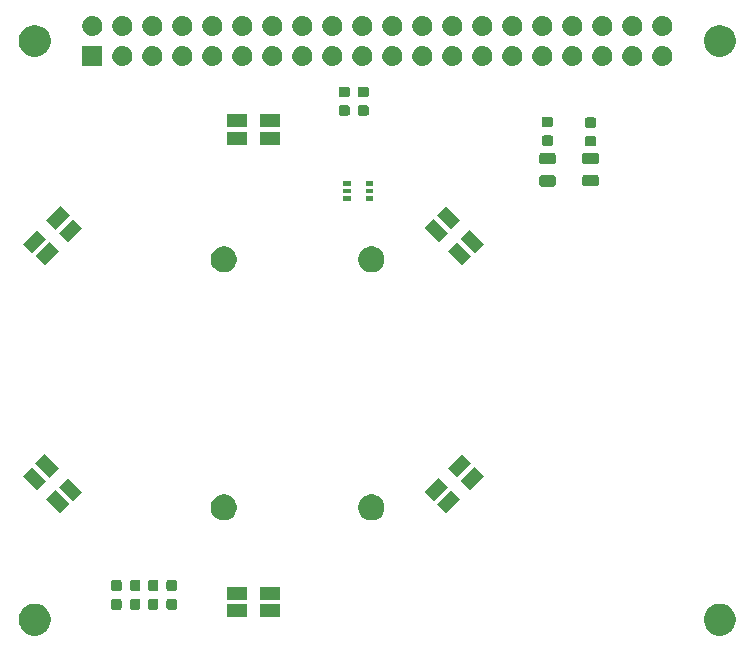
<source format=gbr>
G04 #@! TF.GenerationSoftware,KiCad,Pcbnew,(5.1.2)-1*
G04 #@! TF.CreationDate,2019-05-20T14:19:16+10:00*
G04 #@! TF.ProjectId,VeinCamHat,5665696e-4361-46d4-9861-742e6b696361,rev?*
G04 #@! TF.SameCoordinates,Original*
G04 #@! TF.FileFunction,Soldermask,Top*
G04 #@! TF.FilePolarity,Negative*
%FSLAX46Y46*%
G04 Gerber Fmt 4.6, Leading zero omitted, Abs format (unit mm)*
G04 Created by KiCad (PCBNEW (5.1.2)-1) date 2019-05-20 14:19:16*
%MOMM*%
%LPD*%
G04 APERTURE LIST*
%ADD10C,0.150000*%
G04 APERTURE END LIST*
D10*
G36*
X261893779Y-145201879D02*
G01*
X262139463Y-145303645D01*
X262139465Y-145303646D01*
X262360575Y-145451387D01*
X262548613Y-145639425D01*
X262562380Y-145660029D01*
X262696355Y-145860537D01*
X262798121Y-146106221D01*
X262850000Y-146367035D01*
X262850000Y-146632965D01*
X262798121Y-146893779D01*
X262696355Y-147139463D01*
X262696354Y-147139465D01*
X262548613Y-147360575D01*
X262360575Y-147548613D01*
X262139465Y-147696354D01*
X262139464Y-147696355D01*
X262139463Y-147696355D01*
X261893779Y-147798121D01*
X261632965Y-147850000D01*
X261367035Y-147850000D01*
X261106221Y-147798121D01*
X260860537Y-147696355D01*
X260860536Y-147696355D01*
X260860535Y-147696354D01*
X260639425Y-147548613D01*
X260451387Y-147360575D01*
X260303646Y-147139465D01*
X260303645Y-147139463D01*
X260201879Y-146893779D01*
X260150000Y-146632965D01*
X260150000Y-146367035D01*
X260201879Y-146106221D01*
X260303645Y-145860537D01*
X260437620Y-145660029D01*
X260451387Y-145639425D01*
X260639425Y-145451387D01*
X260860535Y-145303646D01*
X260860537Y-145303645D01*
X261106221Y-145201879D01*
X261367035Y-145150000D01*
X261632965Y-145150000D01*
X261893779Y-145201879D01*
X261893779Y-145201879D01*
G37*
G36*
X203893779Y-145201879D02*
G01*
X204139463Y-145303645D01*
X204139465Y-145303646D01*
X204360575Y-145451387D01*
X204548613Y-145639425D01*
X204562380Y-145660029D01*
X204696355Y-145860537D01*
X204798121Y-146106221D01*
X204850000Y-146367035D01*
X204850000Y-146632965D01*
X204798121Y-146893779D01*
X204696355Y-147139463D01*
X204696354Y-147139465D01*
X204548613Y-147360575D01*
X204360575Y-147548613D01*
X204139465Y-147696354D01*
X204139464Y-147696355D01*
X204139463Y-147696355D01*
X203893779Y-147798121D01*
X203632965Y-147850000D01*
X203367035Y-147850000D01*
X203106221Y-147798121D01*
X202860537Y-147696355D01*
X202860536Y-147696355D01*
X202860535Y-147696354D01*
X202639425Y-147548613D01*
X202451387Y-147360575D01*
X202303646Y-147139465D01*
X202303645Y-147139463D01*
X202201879Y-146893779D01*
X202150000Y-146632965D01*
X202150000Y-146367035D01*
X202201879Y-146106221D01*
X202303645Y-145860537D01*
X202437620Y-145660029D01*
X202451387Y-145639425D01*
X202639425Y-145451387D01*
X202860535Y-145303646D01*
X202860537Y-145303645D01*
X203106221Y-145201879D01*
X203367035Y-145150000D01*
X203632965Y-145150000D01*
X203893779Y-145201879D01*
X203893779Y-145201879D01*
G37*
G36*
X221450000Y-146300001D02*
G01*
X219750000Y-146300001D01*
X219750000Y-145200001D01*
X221450000Y-145200001D01*
X221450000Y-146300001D01*
X221450000Y-146300001D01*
G37*
G36*
X224250000Y-146300001D02*
G01*
X222550000Y-146300001D01*
X222550000Y-145200001D01*
X224250000Y-145200001D01*
X224250000Y-146300001D01*
X224250000Y-146300001D01*
G37*
G36*
X212269002Y-144728960D02*
G01*
X212305301Y-144739971D01*
X212338757Y-144757854D01*
X212368081Y-144781919D01*
X212392146Y-144811243D01*
X212410029Y-144844699D01*
X212421040Y-144880998D01*
X212425000Y-144921204D01*
X212425000Y-145478796D01*
X212421040Y-145519002D01*
X212410029Y-145555301D01*
X212392146Y-145588757D01*
X212368081Y-145618081D01*
X212338757Y-145642146D01*
X212305301Y-145660029D01*
X212269002Y-145671040D01*
X212228796Y-145675000D01*
X211746204Y-145675000D01*
X211705998Y-145671040D01*
X211669699Y-145660029D01*
X211636243Y-145642146D01*
X211606919Y-145618081D01*
X211582854Y-145588757D01*
X211564971Y-145555301D01*
X211553960Y-145519002D01*
X211550000Y-145478796D01*
X211550000Y-144921204D01*
X211553960Y-144880998D01*
X211564971Y-144844699D01*
X211582854Y-144811243D01*
X211606919Y-144781919D01*
X211636243Y-144757854D01*
X211669699Y-144739971D01*
X211705998Y-144728960D01*
X211746204Y-144725000D01*
X212228796Y-144725000D01*
X212269002Y-144728960D01*
X212269002Y-144728960D01*
G37*
G36*
X210694002Y-144728960D02*
G01*
X210730301Y-144739971D01*
X210763757Y-144757854D01*
X210793081Y-144781919D01*
X210817146Y-144811243D01*
X210835029Y-144844699D01*
X210846040Y-144880998D01*
X210850000Y-144921204D01*
X210850000Y-145478796D01*
X210846040Y-145519002D01*
X210835029Y-145555301D01*
X210817146Y-145588757D01*
X210793081Y-145618081D01*
X210763757Y-145642146D01*
X210730301Y-145660029D01*
X210694002Y-145671040D01*
X210653796Y-145675000D01*
X210171204Y-145675000D01*
X210130998Y-145671040D01*
X210094699Y-145660029D01*
X210061243Y-145642146D01*
X210031919Y-145618081D01*
X210007854Y-145588757D01*
X209989971Y-145555301D01*
X209978960Y-145519002D01*
X209975000Y-145478796D01*
X209975000Y-144921204D01*
X209978960Y-144880998D01*
X209989971Y-144844699D01*
X210007854Y-144811243D01*
X210031919Y-144781919D01*
X210061243Y-144757854D01*
X210094699Y-144739971D01*
X210130998Y-144728960D01*
X210171204Y-144725000D01*
X210653796Y-144725000D01*
X210694002Y-144728960D01*
X210694002Y-144728960D01*
G37*
G36*
X215369002Y-144728960D02*
G01*
X215405301Y-144739971D01*
X215438757Y-144757854D01*
X215468081Y-144781919D01*
X215492146Y-144811243D01*
X215510029Y-144844699D01*
X215521040Y-144880998D01*
X215525000Y-144921204D01*
X215525000Y-145478796D01*
X215521040Y-145519002D01*
X215510029Y-145555301D01*
X215492146Y-145588757D01*
X215468081Y-145618081D01*
X215438757Y-145642146D01*
X215405301Y-145660029D01*
X215369002Y-145671040D01*
X215328796Y-145675000D01*
X214846204Y-145675000D01*
X214805998Y-145671040D01*
X214769699Y-145660029D01*
X214736243Y-145642146D01*
X214706919Y-145618081D01*
X214682854Y-145588757D01*
X214664971Y-145555301D01*
X214653960Y-145519002D01*
X214650000Y-145478796D01*
X214650000Y-144921204D01*
X214653960Y-144880998D01*
X214664971Y-144844699D01*
X214682854Y-144811243D01*
X214706919Y-144781919D01*
X214736243Y-144757854D01*
X214769699Y-144739971D01*
X214805998Y-144728960D01*
X214846204Y-144725000D01*
X215328796Y-144725000D01*
X215369002Y-144728960D01*
X215369002Y-144728960D01*
G37*
G36*
X213794002Y-144728960D02*
G01*
X213830301Y-144739971D01*
X213863757Y-144757854D01*
X213893081Y-144781919D01*
X213917146Y-144811243D01*
X213935029Y-144844699D01*
X213946040Y-144880998D01*
X213950000Y-144921204D01*
X213950000Y-145478796D01*
X213946040Y-145519002D01*
X213935029Y-145555301D01*
X213917146Y-145588757D01*
X213893081Y-145618081D01*
X213863757Y-145642146D01*
X213830301Y-145660029D01*
X213794002Y-145671040D01*
X213753796Y-145675000D01*
X213271204Y-145675000D01*
X213230998Y-145671040D01*
X213194699Y-145660029D01*
X213161243Y-145642146D01*
X213131919Y-145618081D01*
X213107854Y-145588757D01*
X213089971Y-145555301D01*
X213078960Y-145519002D01*
X213075000Y-145478796D01*
X213075000Y-144921204D01*
X213078960Y-144880998D01*
X213089971Y-144844699D01*
X213107854Y-144811243D01*
X213131919Y-144781919D01*
X213161243Y-144757854D01*
X213194699Y-144739971D01*
X213230998Y-144728960D01*
X213271204Y-144725000D01*
X213753796Y-144725000D01*
X213794002Y-144728960D01*
X213794002Y-144728960D01*
G37*
G36*
X224250000Y-144799999D02*
G01*
X222550000Y-144799999D01*
X222550000Y-143699999D01*
X224250000Y-143699999D01*
X224250000Y-144799999D01*
X224250000Y-144799999D01*
G37*
G36*
X221450000Y-144799999D02*
G01*
X219750000Y-144799999D01*
X219750000Y-143699999D01*
X221450000Y-143699999D01*
X221450000Y-144799999D01*
X221450000Y-144799999D01*
G37*
G36*
X215369002Y-143128960D02*
G01*
X215405301Y-143139971D01*
X215438757Y-143157854D01*
X215468081Y-143181919D01*
X215492146Y-143211243D01*
X215510029Y-143244699D01*
X215521040Y-143280998D01*
X215525000Y-143321204D01*
X215525000Y-143878796D01*
X215521040Y-143919002D01*
X215510029Y-143955301D01*
X215492146Y-143988757D01*
X215468081Y-144018081D01*
X215438757Y-144042146D01*
X215405301Y-144060029D01*
X215369002Y-144071040D01*
X215328796Y-144075000D01*
X214846204Y-144075000D01*
X214805998Y-144071040D01*
X214769699Y-144060029D01*
X214736243Y-144042146D01*
X214706919Y-144018081D01*
X214682854Y-143988757D01*
X214664971Y-143955301D01*
X214653960Y-143919002D01*
X214650000Y-143878796D01*
X214650000Y-143321204D01*
X214653960Y-143280998D01*
X214664971Y-143244699D01*
X214682854Y-143211243D01*
X214706919Y-143181919D01*
X214736243Y-143157854D01*
X214769699Y-143139971D01*
X214805998Y-143128960D01*
X214846204Y-143125000D01*
X215328796Y-143125000D01*
X215369002Y-143128960D01*
X215369002Y-143128960D01*
G37*
G36*
X213794002Y-143128960D02*
G01*
X213830301Y-143139971D01*
X213863757Y-143157854D01*
X213893081Y-143181919D01*
X213917146Y-143211243D01*
X213935029Y-143244699D01*
X213946040Y-143280998D01*
X213950000Y-143321204D01*
X213950000Y-143878796D01*
X213946040Y-143919002D01*
X213935029Y-143955301D01*
X213917146Y-143988757D01*
X213893081Y-144018081D01*
X213863757Y-144042146D01*
X213830301Y-144060029D01*
X213794002Y-144071040D01*
X213753796Y-144075000D01*
X213271204Y-144075000D01*
X213230998Y-144071040D01*
X213194699Y-144060029D01*
X213161243Y-144042146D01*
X213131919Y-144018081D01*
X213107854Y-143988757D01*
X213089971Y-143955301D01*
X213078960Y-143919002D01*
X213075000Y-143878796D01*
X213075000Y-143321204D01*
X213078960Y-143280998D01*
X213089971Y-143244699D01*
X213107854Y-143211243D01*
X213131919Y-143181919D01*
X213161243Y-143157854D01*
X213194699Y-143139971D01*
X213230998Y-143128960D01*
X213271204Y-143125000D01*
X213753796Y-143125000D01*
X213794002Y-143128960D01*
X213794002Y-143128960D01*
G37*
G36*
X212269002Y-143128960D02*
G01*
X212305301Y-143139971D01*
X212338757Y-143157854D01*
X212368081Y-143181919D01*
X212392146Y-143211243D01*
X212410029Y-143244699D01*
X212421040Y-143280998D01*
X212425000Y-143321204D01*
X212425000Y-143878796D01*
X212421040Y-143919002D01*
X212410029Y-143955301D01*
X212392146Y-143988757D01*
X212368081Y-144018081D01*
X212338757Y-144042146D01*
X212305301Y-144060029D01*
X212269002Y-144071040D01*
X212228796Y-144075000D01*
X211746204Y-144075000D01*
X211705998Y-144071040D01*
X211669699Y-144060029D01*
X211636243Y-144042146D01*
X211606919Y-144018081D01*
X211582854Y-143988757D01*
X211564971Y-143955301D01*
X211553960Y-143919002D01*
X211550000Y-143878796D01*
X211550000Y-143321204D01*
X211553960Y-143280998D01*
X211564971Y-143244699D01*
X211582854Y-143211243D01*
X211606919Y-143181919D01*
X211636243Y-143157854D01*
X211669699Y-143139971D01*
X211705998Y-143128960D01*
X211746204Y-143125000D01*
X212228796Y-143125000D01*
X212269002Y-143128960D01*
X212269002Y-143128960D01*
G37*
G36*
X210694002Y-143128960D02*
G01*
X210730301Y-143139971D01*
X210763757Y-143157854D01*
X210793081Y-143181919D01*
X210817146Y-143211243D01*
X210835029Y-143244699D01*
X210846040Y-143280998D01*
X210850000Y-143321204D01*
X210850000Y-143878796D01*
X210846040Y-143919002D01*
X210835029Y-143955301D01*
X210817146Y-143988757D01*
X210793081Y-144018081D01*
X210763757Y-144042146D01*
X210730301Y-144060029D01*
X210694002Y-144071040D01*
X210653796Y-144075000D01*
X210171204Y-144075000D01*
X210130998Y-144071040D01*
X210094699Y-144060029D01*
X210061243Y-144042146D01*
X210031919Y-144018081D01*
X210007854Y-143988757D01*
X209989971Y-143955301D01*
X209978960Y-143919002D01*
X209975000Y-143878796D01*
X209975000Y-143321204D01*
X209978960Y-143280998D01*
X209989971Y-143244699D01*
X210007854Y-143211243D01*
X210031919Y-143181919D01*
X210061243Y-143157854D01*
X210094699Y-143139971D01*
X210130998Y-143128960D01*
X210171204Y-143125000D01*
X210653796Y-143125000D01*
X210694002Y-143128960D01*
X210694002Y-143128960D01*
G37*
G36*
X232320856Y-135942272D02*
G01*
X232521044Y-136025192D01*
X232521045Y-136025193D01*
X232701209Y-136145575D01*
X232854425Y-136298791D01*
X232854426Y-136298793D01*
X232974808Y-136478956D01*
X233057728Y-136679144D01*
X233100000Y-136891658D01*
X233100000Y-137108342D01*
X233057728Y-137320856D01*
X232974808Y-137521044D01*
X232974807Y-137521045D01*
X232854425Y-137701209D01*
X232701209Y-137854425D01*
X232610513Y-137915026D01*
X232521044Y-137974808D01*
X232320856Y-138057728D01*
X232108342Y-138100000D01*
X231891658Y-138100000D01*
X231679144Y-138057728D01*
X231478956Y-137974808D01*
X231389487Y-137915026D01*
X231298791Y-137854425D01*
X231145575Y-137701209D01*
X231025193Y-137521045D01*
X231025192Y-137521044D01*
X230942272Y-137320856D01*
X230900000Y-137108342D01*
X230900000Y-136891658D01*
X230942272Y-136679144D01*
X231025192Y-136478956D01*
X231145574Y-136298793D01*
X231145575Y-136298791D01*
X231298791Y-136145575D01*
X231478955Y-136025193D01*
X231478956Y-136025192D01*
X231679144Y-135942272D01*
X231891658Y-135900000D01*
X232108342Y-135900000D01*
X232320856Y-135942272D01*
X232320856Y-135942272D01*
G37*
G36*
X219820856Y-135942272D02*
G01*
X220021044Y-136025192D01*
X220021045Y-136025193D01*
X220201209Y-136145575D01*
X220354425Y-136298791D01*
X220354426Y-136298793D01*
X220474808Y-136478956D01*
X220557728Y-136679144D01*
X220600000Y-136891658D01*
X220600000Y-137108342D01*
X220557728Y-137320856D01*
X220474808Y-137521044D01*
X220474807Y-137521045D01*
X220354425Y-137701209D01*
X220201209Y-137854425D01*
X220110513Y-137915026D01*
X220021044Y-137974808D01*
X219820856Y-138057728D01*
X219608342Y-138100000D01*
X219391658Y-138100000D01*
X219179144Y-138057728D01*
X218978956Y-137974808D01*
X218889487Y-137915026D01*
X218798791Y-137854425D01*
X218645575Y-137701209D01*
X218525193Y-137521045D01*
X218525192Y-137521044D01*
X218442272Y-137320856D01*
X218400000Y-137108342D01*
X218400000Y-136891658D01*
X218442272Y-136679144D01*
X218525192Y-136478956D01*
X218645574Y-136298793D01*
X218645575Y-136298791D01*
X218798791Y-136145575D01*
X218978955Y-136025193D01*
X218978956Y-136025192D01*
X219179144Y-135942272D01*
X219391658Y-135900000D01*
X219608342Y-135900000D01*
X219820856Y-135942272D01*
X219820856Y-135942272D01*
G37*
G36*
X206449568Y-136732412D02*
G01*
X205671751Y-137510229D01*
X204469670Y-136308148D01*
X205247487Y-135530331D01*
X206449568Y-136732412D01*
X206449568Y-136732412D01*
G37*
G36*
X239530330Y-136308148D02*
G01*
X238328249Y-137510229D01*
X237550432Y-136732412D01*
X238752513Y-135530331D01*
X239530330Y-136308148D01*
X239530330Y-136308148D01*
G37*
G36*
X207510229Y-135671751D02*
G01*
X206732412Y-136449568D01*
X205530331Y-135247487D01*
X206308148Y-134469670D01*
X207510229Y-135671751D01*
X207510229Y-135671751D01*
G37*
G36*
X238469669Y-135247487D02*
G01*
X237267588Y-136449568D01*
X236489771Y-135671751D01*
X237691852Y-134469670D01*
X238469669Y-135247487D01*
X238469669Y-135247487D01*
G37*
G36*
X204469669Y-134752513D02*
G01*
X203691852Y-135530330D01*
X202489771Y-134328249D01*
X203267588Y-133550432D01*
X204469669Y-134752513D01*
X204469669Y-134752513D01*
G37*
G36*
X241510229Y-134328249D02*
G01*
X240308148Y-135530330D01*
X239530331Y-134752513D01*
X240732412Y-133550432D01*
X241510229Y-134328249D01*
X241510229Y-134328249D01*
G37*
G36*
X240449568Y-133267588D02*
G01*
X239247487Y-134469669D01*
X238469670Y-133691852D01*
X239671751Y-132489771D01*
X240449568Y-133267588D01*
X240449568Y-133267588D01*
G37*
G36*
X205530330Y-133691852D02*
G01*
X204752513Y-134469669D01*
X203550432Y-133267588D01*
X204328249Y-132489771D01*
X205530330Y-133691852D01*
X205530330Y-133691852D01*
G37*
G36*
X219820856Y-114942272D02*
G01*
X220021044Y-115025192D01*
X220021045Y-115025193D01*
X220201209Y-115145575D01*
X220354425Y-115298791D01*
X220354426Y-115298793D01*
X220474808Y-115478956D01*
X220557728Y-115679144D01*
X220600000Y-115891658D01*
X220600000Y-116108342D01*
X220557728Y-116320856D01*
X220474808Y-116521044D01*
X220474807Y-116521045D01*
X220354425Y-116701209D01*
X220201209Y-116854425D01*
X220110513Y-116915026D01*
X220021044Y-116974808D01*
X219820856Y-117057728D01*
X219608342Y-117100000D01*
X219391658Y-117100000D01*
X219179144Y-117057728D01*
X218978956Y-116974808D01*
X218889487Y-116915026D01*
X218798791Y-116854425D01*
X218645575Y-116701209D01*
X218525193Y-116521045D01*
X218525192Y-116521044D01*
X218442272Y-116320856D01*
X218400000Y-116108342D01*
X218400000Y-115891658D01*
X218442272Y-115679144D01*
X218525192Y-115478956D01*
X218645574Y-115298793D01*
X218645575Y-115298791D01*
X218798791Y-115145575D01*
X218978955Y-115025193D01*
X218978956Y-115025192D01*
X219179144Y-114942272D01*
X219391658Y-114900000D01*
X219608342Y-114900000D01*
X219820856Y-114942272D01*
X219820856Y-114942272D01*
G37*
G36*
X232320856Y-114942272D02*
G01*
X232521044Y-115025192D01*
X232521045Y-115025193D01*
X232701209Y-115145575D01*
X232854425Y-115298791D01*
X232854426Y-115298793D01*
X232974808Y-115478956D01*
X233057728Y-115679144D01*
X233100000Y-115891658D01*
X233100000Y-116108342D01*
X233057728Y-116320856D01*
X232974808Y-116521044D01*
X232974807Y-116521045D01*
X232854425Y-116701209D01*
X232701209Y-116854425D01*
X232610513Y-116915026D01*
X232521044Y-116974808D01*
X232320856Y-117057728D01*
X232108342Y-117100000D01*
X231891658Y-117100000D01*
X231679144Y-117057728D01*
X231478956Y-116974808D01*
X231389487Y-116915026D01*
X231298791Y-116854425D01*
X231145575Y-116701209D01*
X231025193Y-116521045D01*
X231025192Y-116521044D01*
X230942272Y-116320856D01*
X230900000Y-116108342D01*
X230900000Y-115891658D01*
X230942272Y-115679144D01*
X231025192Y-115478956D01*
X231145574Y-115298793D01*
X231145575Y-115298791D01*
X231298791Y-115145575D01*
X231478955Y-115025193D01*
X231478956Y-115025192D01*
X231679144Y-114942272D01*
X231891658Y-114900000D01*
X232108342Y-114900000D01*
X232320856Y-114942272D01*
X232320856Y-114942272D01*
G37*
G36*
X205530330Y-115308148D02*
G01*
X204328249Y-116510229D01*
X203550432Y-115732412D01*
X204752513Y-114530331D01*
X205530330Y-115308148D01*
X205530330Y-115308148D01*
G37*
G36*
X240449568Y-115732412D02*
G01*
X239671751Y-116510229D01*
X238469670Y-115308148D01*
X239247487Y-114530331D01*
X240449568Y-115732412D01*
X240449568Y-115732412D01*
G37*
G36*
X241510229Y-114671751D02*
G01*
X240732412Y-115449568D01*
X239530331Y-114247487D01*
X240308148Y-113469670D01*
X241510229Y-114671751D01*
X241510229Y-114671751D01*
G37*
G36*
X204469669Y-114247487D02*
G01*
X203267588Y-115449568D01*
X202489771Y-114671751D01*
X203691852Y-113469670D01*
X204469669Y-114247487D01*
X204469669Y-114247487D01*
G37*
G36*
X238469669Y-113752513D02*
G01*
X237691852Y-114530330D01*
X236489771Y-113328249D01*
X237267588Y-112550432D01*
X238469669Y-113752513D01*
X238469669Y-113752513D01*
G37*
G36*
X207510229Y-113328249D02*
G01*
X206308148Y-114530330D01*
X205530331Y-113752513D01*
X206732412Y-112550432D01*
X207510229Y-113328249D01*
X207510229Y-113328249D01*
G37*
G36*
X206449568Y-112267588D02*
G01*
X205247487Y-113469669D01*
X204469670Y-112691852D01*
X205671751Y-111489771D01*
X206449568Y-112267588D01*
X206449568Y-112267588D01*
G37*
G36*
X239530330Y-112691852D02*
G01*
X238752513Y-113469669D01*
X237550432Y-112267588D01*
X238328249Y-111489771D01*
X239530330Y-112691852D01*
X239530330Y-112691852D01*
G37*
G36*
X230275000Y-111050000D02*
G01*
X229625000Y-111050000D01*
X229625000Y-110650000D01*
X230275000Y-110650000D01*
X230275000Y-111050000D01*
X230275000Y-111050000D01*
G37*
G36*
X232175000Y-111050000D02*
G01*
X231525000Y-111050000D01*
X231525000Y-110650000D01*
X232175000Y-110650000D01*
X232175000Y-111050000D01*
X232175000Y-111050000D01*
G37*
G36*
X230275000Y-110400000D02*
G01*
X229625000Y-110400000D01*
X229625000Y-110000000D01*
X230275000Y-110000000D01*
X230275000Y-110400000D01*
X230275000Y-110400000D01*
G37*
G36*
X232175000Y-110400000D02*
G01*
X231525000Y-110400000D01*
X231525000Y-110000000D01*
X232175000Y-110000000D01*
X232175000Y-110400000D01*
X232175000Y-110400000D01*
G37*
G36*
X247423879Y-108866940D02*
G01*
X247464870Y-108879374D01*
X247502645Y-108899565D01*
X247535758Y-108926742D01*
X247562935Y-108959855D01*
X247583126Y-108997630D01*
X247595560Y-109038621D01*
X247600000Y-109083704D01*
X247600000Y-109616296D01*
X247595560Y-109661379D01*
X247583126Y-109702370D01*
X247562935Y-109740145D01*
X247535758Y-109773258D01*
X247502645Y-109800435D01*
X247464870Y-109820626D01*
X247423879Y-109833060D01*
X247378796Y-109837500D01*
X246421204Y-109837500D01*
X246376121Y-109833060D01*
X246335130Y-109820626D01*
X246297355Y-109800435D01*
X246264242Y-109773258D01*
X246237065Y-109740145D01*
X246216874Y-109702370D01*
X246204440Y-109661379D01*
X246200000Y-109616296D01*
X246200000Y-109083704D01*
X246204440Y-109038621D01*
X246216874Y-108997630D01*
X246237065Y-108959855D01*
X246264242Y-108926742D01*
X246297355Y-108899565D01*
X246335130Y-108879374D01*
X246376121Y-108866940D01*
X246421204Y-108862500D01*
X247378796Y-108862500D01*
X247423879Y-108866940D01*
X247423879Y-108866940D01*
G37*
G36*
X251073879Y-108854440D02*
G01*
X251114870Y-108866874D01*
X251152645Y-108887065D01*
X251185758Y-108914242D01*
X251212935Y-108947355D01*
X251233126Y-108985130D01*
X251245560Y-109026121D01*
X251250000Y-109071204D01*
X251250000Y-109603796D01*
X251245560Y-109648879D01*
X251233126Y-109689870D01*
X251212935Y-109727645D01*
X251185758Y-109760758D01*
X251152645Y-109787935D01*
X251114870Y-109808126D01*
X251073879Y-109820560D01*
X251028796Y-109825000D01*
X250071204Y-109825000D01*
X250026121Y-109820560D01*
X249985130Y-109808126D01*
X249947355Y-109787935D01*
X249914242Y-109760758D01*
X249887065Y-109727645D01*
X249866874Y-109689870D01*
X249854440Y-109648879D01*
X249850000Y-109603796D01*
X249850000Y-109071204D01*
X249854440Y-109026121D01*
X249866874Y-108985130D01*
X249887065Y-108947355D01*
X249914242Y-108914242D01*
X249947355Y-108887065D01*
X249985130Y-108866874D01*
X250026121Y-108854440D01*
X250071204Y-108850000D01*
X251028796Y-108850000D01*
X251073879Y-108854440D01*
X251073879Y-108854440D01*
G37*
G36*
X232175000Y-109750000D02*
G01*
X231525000Y-109750000D01*
X231525000Y-109350000D01*
X232175000Y-109350000D01*
X232175000Y-109750000D01*
X232175000Y-109750000D01*
G37*
G36*
X230275000Y-109750000D02*
G01*
X229625000Y-109750000D01*
X229625000Y-109350000D01*
X230275000Y-109350000D01*
X230275000Y-109750000D01*
X230275000Y-109750000D01*
G37*
G36*
X247423879Y-106991940D02*
G01*
X247464870Y-107004374D01*
X247502645Y-107024565D01*
X247535758Y-107051742D01*
X247562935Y-107084855D01*
X247583126Y-107122630D01*
X247595560Y-107163621D01*
X247600000Y-107208704D01*
X247600000Y-107741296D01*
X247595560Y-107786379D01*
X247583126Y-107827370D01*
X247562935Y-107865145D01*
X247535758Y-107898258D01*
X247502645Y-107925435D01*
X247464870Y-107945626D01*
X247423879Y-107958060D01*
X247378796Y-107962500D01*
X246421204Y-107962500D01*
X246376121Y-107958060D01*
X246335130Y-107945626D01*
X246297355Y-107925435D01*
X246264242Y-107898258D01*
X246237065Y-107865145D01*
X246216874Y-107827370D01*
X246204440Y-107786379D01*
X246200000Y-107741296D01*
X246200000Y-107208704D01*
X246204440Y-107163621D01*
X246216874Y-107122630D01*
X246237065Y-107084855D01*
X246264242Y-107051742D01*
X246297355Y-107024565D01*
X246335130Y-107004374D01*
X246376121Y-106991940D01*
X246421204Y-106987500D01*
X247378796Y-106987500D01*
X247423879Y-106991940D01*
X247423879Y-106991940D01*
G37*
G36*
X251073879Y-106979440D02*
G01*
X251114870Y-106991874D01*
X251152645Y-107012065D01*
X251185758Y-107039242D01*
X251212935Y-107072355D01*
X251233126Y-107110130D01*
X251245560Y-107151121D01*
X251250000Y-107196204D01*
X251250000Y-107728796D01*
X251245560Y-107773879D01*
X251233126Y-107814870D01*
X251212935Y-107852645D01*
X251185758Y-107885758D01*
X251152645Y-107912935D01*
X251114870Y-107933126D01*
X251073879Y-107945560D01*
X251028796Y-107950000D01*
X250071204Y-107950000D01*
X250026121Y-107945560D01*
X249985130Y-107933126D01*
X249947355Y-107912935D01*
X249914242Y-107885758D01*
X249887065Y-107852645D01*
X249866874Y-107814870D01*
X249854440Y-107773879D01*
X249850000Y-107728796D01*
X249850000Y-107196204D01*
X249854440Y-107151121D01*
X249866874Y-107110130D01*
X249887065Y-107072355D01*
X249914242Y-107039242D01*
X249947355Y-107012065D01*
X249985130Y-106991874D01*
X250026121Y-106979440D01*
X250071204Y-106975000D01*
X251028796Y-106975000D01*
X251073879Y-106979440D01*
X251073879Y-106979440D01*
G37*
G36*
X250856502Y-105553960D02*
G01*
X250892801Y-105564971D01*
X250926257Y-105582854D01*
X250955581Y-105606919D01*
X250979646Y-105636243D01*
X250997529Y-105669699D01*
X251008540Y-105705998D01*
X251012500Y-105746204D01*
X251012500Y-106228796D01*
X251008540Y-106269002D01*
X250997529Y-106305301D01*
X250979646Y-106338757D01*
X250955581Y-106368081D01*
X250926257Y-106392146D01*
X250892801Y-106410029D01*
X250856502Y-106421040D01*
X250816296Y-106425000D01*
X250258704Y-106425000D01*
X250218498Y-106421040D01*
X250182199Y-106410029D01*
X250148743Y-106392146D01*
X250119419Y-106368081D01*
X250095354Y-106338757D01*
X250077471Y-106305301D01*
X250066460Y-106269002D01*
X250062500Y-106228796D01*
X250062500Y-105746204D01*
X250066460Y-105705998D01*
X250077471Y-105669699D01*
X250095354Y-105636243D01*
X250119419Y-105606919D01*
X250148743Y-105582854D01*
X250182199Y-105564971D01*
X250218498Y-105553960D01*
X250258704Y-105550000D01*
X250816296Y-105550000D01*
X250856502Y-105553960D01*
X250856502Y-105553960D01*
G37*
G36*
X247219002Y-105503960D02*
G01*
X247255301Y-105514971D01*
X247288757Y-105532854D01*
X247318081Y-105556919D01*
X247342146Y-105586243D01*
X247360029Y-105619699D01*
X247371040Y-105655998D01*
X247375000Y-105696204D01*
X247375000Y-106178796D01*
X247371040Y-106219002D01*
X247360029Y-106255301D01*
X247342146Y-106288757D01*
X247318081Y-106318081D01*
X247288757Y-106342146D01*
X247255301Y-106360029D01*
X247219002Y-106371040D01*
X247178796Y-106375000D01*
X246621204Y-106375000D01*
X246580998Y-106371040D01*
X246544699Y-106360029D01*
X246511243Y-106342146D01*
X246481919Y-106318081D01*
X246457854Y-106288757D01*
X246439971Y-106255301D01*
X246428960Y-106219002D01*
X246425000Y-106178796D01*
X246425000Y-105696204D01*
X246428960Y-105655998D01*
X246439971Y-105619699D01*
X246457854Y-105586243D01*
X246481919Y-105556919D01*
X246511243Y-105532854D01*
X246544699Y-105514971D01*
X246580998Y-105503960D01*
X246621204Y-105500000D01*
X247178796Y-105500000D01*
X247219002Y-105503960D01*
X247219002Y-105503960D01*
G37*
G36*
X221450000Y-106300000D02*
G01*
X219750000Y-106300000D01*
X219750000Y-105200000D01*
X221450000Y-105200000D01*
X221450000Y-106300000D01*
X221450000Y-106300000D01*
G37*
G36*
X224250000Y-106300000D02*
G01*
X222550000Y-106300000D01*
X222550000Y-105200000D01*
X224250000Y-105200000D01*
X224250000Y-106300000D01*
X224250000Y-106300000D01*
G37*
G36*
X250856502Y-103978960D02*
G01*
X250892801Y-103989971D01*
X250926257Y-104007854D01*
X250955581Y-104031919D01*
X250979646Y-104061243D01*
X250997529Y-104094699D01*
X251008540Y-104130998D01*
X251012500Y-104171204D01*
X251012500Y-104653796D01*
X251008540Y-104694002D01*
X250997529Y-104730301D01*
X250979646Y-104763757D01*
X250955581Y-104793081D01*
X250926257Y-104817146D01*
X250892801Y-104835029D01*
X250856502Y-104846040D01*
X250816296Y-104850000D01*
X250258704Y-104850000D01*
X250218498Y-104846040D01*
X250182199Y-104835029D01*
X250148743Y-104817146D01*
X250119419Y-104793081D01*
X250095354Y-104763757D01*
X250077471Y-104730301D01*
X250066460Y-104694002D01*
X250062500Y-104653796D01*
X250062500Y-104171204D01*
X250066460Y-104130998D01*
X250077471Y-104094699D01*
X250095354Y-104061243D01*
X250119419Y-104031919D01*
X250148743Y-104007854D01*
X250182199Y-103989971D01*
X250218498Y-103978960D01*
X250258704Y-103975000D01*
X250816296Y-103975000D01*
X250856502Y-103978960D01*
X250856502Y-103978960D01*
G37*
G36*
X247219002Y-103928960D02*
G01*
X247255301Y-103939971D01*
X247288757Y-103957854D01*
X247318081Y-103981919D01*
X247342146Y-104011243D01*
X247360029Y-104044699D01*
X247371040Y-104080998D01*
X247375000Y-104121204D01*
X247375000Y-104603796D01*
X247371040Y-104644002D01*
X247360029Y-104680301D01*
X247342146Y-104713757D01*
X247318081Y-104743081D01*
X247288757Y-104767146D01*
X247255301Y-104785029D01*
X247219002Y-104796040D01*
X247178796Y-104800000D01*
X246621204Y-104800000D01*
X246580998Y-104796040D01*
X246544699Y-104785029D01*
X246511243Y-104767146D01*
X246481919Y-104743081D01*
X246457854Y-104713757D01*
X246439971Y-104680301D01*
X246428960Y-104644002D01*
X246425000Y-104603796D01*
X246425000Y-104121204D01*
X246428960Y-104080998D01*
X246439971Y-104044699D01*
X246457854Y-104011243D01*
X246481919Y-103981919D01*
X246511243Y-103957854D01*
X246544699Y-103939971D01*
X246580998Y-103928960D01*
X246621204Y-103925000D01*
X247178796Y-103925000D01*
X247219002Y-103928960D01*
X247219002Y-103928960D01*
G37*
G36*
X224250000Y-104800000D02*
G01*
X222550000Y-104800000D01*
X222550000Y-103700000D01*
X224250000Y-103700000D01*
X224250000Y-104800000D01*
X224250000Y-104800000D01*
G37*
G36*
X221450000Y-104800000D02*
G01*
X219750000Y-104800000D01*
X219750000Y-103700000D01*
X221450000Y-103700000D01*
X221450000Y-104800000D01*
X221450000Y-104800000D01*
G37*
G36*
X231619002Y-102953960D02*
G01*
X231655301Y-102964971D01*
X231688757Y-102982854D01*
X231718081Y-103006919D01*
X231742146Y-103036243D01*
X231760029Y-103069699D01*
X231771040Y-103105998D01*
X231775000Y-103146204D01*
X231775000Y-103628796D01*
X231771040Y-103669002D01*
X231760029Y-103705301D01*
X231742146Y-103738757D01*
X231718081Y-103768081D01*
X231688757Y-103792146D01*
X231655301Y-103810029D01*
X231619002Y-103821040D01*
X231578796Y-103825000D01*
X231021204Y-103825000D01*
X230980998Y-103821040D01*
X230944699Y-103810029D01*
X230911243Y-103792146D01*
X230881919Y-103768081D01*
X230857854Y-103738757D01*
X230839971Y-103705301D01*
X230828960Y-103669002D01*
X230825000Y-103628796D01*
X230825000Y-103146204D01*
X230828960Y-103105998D01*
X230839971Y-103069699D01*
X230857854Y-103036243D01*
X230881919Y-103006919D01*
X230911243Y-102982854D01*
X230944699Y-102964971D01*
X230980998Y-102953960D01*
X231021204Y-102950000D01*
X231578796Y-102950000D01*
X231619002Y-102953960D01*
X231619002Y-102953960D01*
G37*
G36*
X230019002Y-102953960D02*
G01*
X230055301Y-102964971D01*
X230088757Y-102982854D01*
X230118081Y-103006919D01*
X230142146Y-103036243D01*
X230160029Y-103069699D01*
X230171040Y-103105998D01*
X230175000Y-103146204D01*
X230175000Y-103628796D01*
X230171040Y-103669002D01*
X230160029Y-103705301D01*
X230142146Y-103738757D01*
X230118081Y-103768081D01*
X230088757Y-103792146D01*
X230055301Y-103810029D01*
X230019002Y-103821040D01*
X229978796Y-103825000D01*
X229421204Y-103825000D01*
X229380998Y-103821040D01*
X229344699Y-103810029D01*
X229311243Y-103792146D01*
X229281919Y-103768081D01*
X229257854Y-103738757D01*
X229239971Y-103705301D01*
X229228960Y-103669002D01*
X229225000Y-103628796D01*
X229225000Y-103146204D01*
X229228960Y-103105998D01*
X229239971Y-103069699D01*
X229257854Y-103036243D01*
X229281919Y-103006919D01*
X229311243Y-102982854D01*
X229344699Y-102964971D01*
X229380998Y-102953960D01*
X229421204Y-102950000D01*
X229978796Y-102950000D01*
X230019002Y-102953960D01*
X230019002Y-102953960D01*
G37*
G36*
X231619002Y-101378960D02*
G01*
X231655301Y-101389971D01*
X231688757Y-101407854D01*
X231718081Y-101431919D01*
X231742146Y-101461243D01*
X231760029Y-101494699D01*
X231771040Y-101530998D01*
X231775000Y-101571204D01*
X231775000Y-102053796D01*
X231771040Y-102094002D01*
X231760029Y-102130301D01*
X231742146Y-102163757D01*
X231718081Y-102193081D01*
X231688757Y-102217146D01*
X231655301Y-102235029D01*
X231619002Y-102246040D01*
X231578796Y-102250000D01*
X231021204Y-102250000D01*
X230980998Y-102246040D01*
X230944699Y-102235029D01*
X230911243Y-102217146D01*
X230881919Y-102193081D01*
X230857854Y-102163757D01*
X230839971Y-102130301D01*
X230828960Y-102094002D01*
X230825000Y-102053796D01*
X230825000Y-101571204D01*
X230828960Y-101530998D01*
X230839971Y-101494699D01*
X230857854Y-101461243D01*
X230881919Y-101431919D01*
X230911243Y-101407854D01*
X230944699Y-101389971D01*
X230980998Y-101378960D01*
X231021204Y-101375000D01*
X231578796Y-101375000D01*
X231619002Y-101378960D01*
X231619002Y-101378960D01*
G37*
G36*
X230019002Y-101378960D02*
G01*
X230055301Y-101389971D01*
X230088757Y-101407854D01*
X230118081Y-101431919D01*
X230142146Y-101461243D01*
X230160029Y-101494699D01*
X230171040Y-101530998D01*
X230175000Y-101571204D01*
X230175000Y-102053796D01*
X230171040Y-102094002D01*
X230160029Y-102130301D01*
X230142146Y-102163757D01*
X230118081Y-102193081D01*
X230088757Y-102217146D01*
X230055301Y-102235029D01*
X230019002Y-102246040D01*
X229978796Y-102250000D01*
X229421204Y-102250000D01*
X229380998Y-102246040D01*
X229344699Y-102235029D01*
X229311243Y-102217146D01*
X229281919Y-102193081D01*
X229257854Y-102163757D01*
X229239971Y-102130301D01*
X229228960Y-102094002D01*
X229225000Y-102053796D01*
X229225000Y-101571204D01*
X229228960Y-101530998D01*
X229239971Y-101494699D01*
X229257854Y-101461243D01*
X229281919Y-101431919D01*
X229311243Y-101407854D01*
X229344699Y-101389971D01*
X229380998Y-101378960D01*
X229421204Y-101375000D01*
X229978796Y-101375000D01*
X230019002Y-101378960D01*
X230019002Y-101378960D01*
G37*
G36*
X254256629Y-97932299D02*
G01*
X254351066Y-97960946D01*
X254416855Y-97980903D01*
X254452452Y-97999930D01*
X254564518Y-98059830D01*
X254693948Y-98166052D01*
X254800170Y-98295482D01*
X254834961Y-98360573D01*
X254879097Y-98443145D01*
X254899054Y-98508934D01*
X254927701Y-98603371D01*
X254944112Y-98770000D01*
X254927701Y-98936629D01*
X254899054Y-99031066D01*
X254879097Y-99096855D01*
X254879096Y-99096856D01*
X254800170Y-99244518D01*
X254693948Y-99373948D01*
X254564518Y-99480170D01*
X254452452Y-99540070D01*
X254416855Y-99559097D01*
X254351066Y-99579054D01*
X254256629Y-99607701D01*
X254131753Y-99620000D01*
X254048247Y-99620000D01*
X253923371Y-99607701D01*
X253828934Y-99579054D01*
X253763145Y-99559097D01*
X253727548Y-99540070D01*
X253615482Y-99480170D01*
X253486052Y-99373948D01*
X253379830Y-99244518D01*
X253300904Y-99096856D01*
X253300903Y-99096855D01*
X253280946Y-99031066D01*
X253252299Y-98936629D01*
X253235888Y-98770000D01*
X253252299Y-98603371D01*
X253280946Y-98508934D01*
X253300903Y-98443145D01*
X253345039Y-98360573D01*
X253379830Y-98295482D01*
X253486052Y-98166052D01*
X253615482Y-98059830D01*
X253727548Y-97999930D01*
X253763145Y-97980903D01*
X253828934Y-97960946D01*
X253923371Y-97932299D01*
X254048247Y-97920000D01*
X254131753Y-97920000D01*
X254256629Y-97932299D01*
X254256629Y-97932299D01*
G37*
G36*
X256796629Y-97932299D02*
G01*
X256891066Y-97960946D01*
X256956855Y-97980903D01*
X256992452Y-97999930D01*
X257104518Y-98059830D01*
X257233948Y-98166052D01*
X257340170Y-98295482D01*
X257374961Y-98360573D01*
X257419097Y-98443145D01*
X257439054Y-98508934D01*
X257467701Y-98603371D01*
X257484112Y-98770000D01*
X257467701Y-98936629D01*
X257439054Y-99031066D01*
X257419097Y-99096855D01*
X257419096Y-99096856D01*
X257340170Y-99244518D01*
X257233948Y-99373948D01*
X257104518Y-99480170D01*
X256992452Y-99540070D01*
X256956855Y-99559097D01*
X256891066Y-99579054D01*
X256796629Y-99607701D01*
X256671753Y-99620000D01*
X256588247Y-99620000D01*
X256463371Y-99607701D01*
X256368934Y-99579054D01*
X256303145Y-99559097D01*
X256267548Y-99540070D01*
X256155482Y-99480170D01*
X256026052Y-99373948D01*
X255919830Y-99244518D01*
X255840904Y-99096856D01*
X255840903Y-99096855D01*
X255820946Y-99031066D01*
X255792299Y-98936629D01*
X255775888Y-98770000D01*
X255792299Y-98603371D01*
X255820946Y-98508934D01*
X255840903Y-98443145D01*
X255885039Y-98360573D01*
X255919830Y-98295482D01*
X256026052Y-98166052D01*
X256155482Y-98059830D01*
X256267548Y-97999930D01*
X256303145Y-97980903D01*
X256368934Y-97960946D01*
X256463371Y-97932299D01*
X256588247Y-97920000D01*
X256671753Y-97920000D01*
X256796629Y-97932299D01*
X256796629Y-97932299D01*
G37*
G36*
X251716629Y-97932299D02*
G01*
X251811066Y-97960946D01*
X251876855Y-97980903D01*
X251912452Y-97999930D01*
X252024518Y-98059830D01*
X252153948Y-98166052D01*
X252260170Y-98295482D01*
X252294961Y-98360573D01*
X252339097Y-98443145D01*
X252359054Y-98508934D01*
X252387701Y-98603371D01*
X252404112Y-98770000D01*
X252387701Y-98936629D01*
X252359054Y-99031066D01*
X252339097Y-99096855D01*
X252339096Y-99096856D01*
X252260170Y-99244518D01*
X252153948Y-99373948D01*
X252024518Y-99480170D01*
X251912452Y-99540070D01*
X251876855Y-99559097D01*
X251811066Y-99579054D01*
X251716629Y-99607701D01*
X251591753Y-99620000D01*
X251508247Y-99620000D01*
X251383371Y-99607701D01*
X251288934Y-99579054D01*
X251223145Y-99559097D01*
X251187548Y-99540070D01*
X251075482Y-99480170D01*
X250946052Y-99373948D01*
X250839830Y-99244518D01*
X250760904Y-99096856D01*
X250760903Y-99096855D01*
X250740946Y-99031066D01*
X250712299Y-98936629D01*
X250695888Y-98770000D01*
X250712299Y-98603371D01*
X250740946Y-98508934D01*
X250760903Y-98443145D01*
X250805039Y-98360573D01*
X250839830Y-98295482D01*
X250946052Y-98166052D01*
X251075482Y-98059830D01*
X251187548Y-97999930D01*
X251223145Y-97980903D01*
X251288934Y-97960946D01*
X251383371Y-97932299D01*
X251508247Y-97920000D01*
X251591753Y-97920000D01*
X251716629Y-97932299D01*
X251716629Y-97932299D01*
G37*
G36*
X249176629Y-97932299D02*
G01*
X249271066Y-97960946D01*
X249336855Y-97980903D01*
X249372452Y-97999930D01*
X249484518Y-98059830D01*
X249613948Y-98166052D01*
X249720170Y-98295482D01*
X249754961Y-98360573D01*
X249799097Y-98443145D01*
X249819054Y-98508934D01*
X249847701Y-98603371D01*
X249864112Y-98770000D01*
X249847701Y-98936629D01*
X249819054Y-99031066D01*
X249799097Y-99096855D01*
X249799096Y-99096856D01*
X249720170Y-99244518D01*
X249613948Y-99373948D01*
X249484518Y-99480170D01*
X249372452Y-99540070D01*
X249336855Y-99559097D01*
X249271066Y-99579054D01*
X249176629Y-99607701D01*
X249051753Y-99620000D01*
X248968247Y-99620000D01*
X248843371Y-99607701D01*
X248748934Y-99579054D01*
X248683145Y-99559097D01*
X248647548Y-99540070D01*
X248535482Y-99480170D01*
X248406052Y-99373948D01*
X248299830Y-99244518D01*
X248220904Y-99096856D01*
X248220903Y-99096855D01*
X248200946Y-99031066D01*
X248172299Y-98936629D01*
X248155888Y-98770000D01*
X248172299Y-98603371D01*
X248200946Y-98508934D01*
X248220903Y-98443145D01*
X248265039Y-98360573D01*
X248299830Y-98295482D01*
X248406052Y-98166052D01*
X248535482Y-98059830D01*
X248647548Y-97999930D01*
X248683145Y-97980903D01*
X248748934Y-97960946D01*
X248843371Y-97932299D01*
X248968247Y-97920000D01*
X249051753Y-97920000D01*
X249176629Y-97932299D01*
X249176629Y-97932299D01*
G37*
G36*
X246636629Y-97932299D02*
G01*
X246731066Y-97960946D01*
X246796855Y-97980903D01*
X246832452Y-97999930D01*
X246944518Y-98059830D01*
X247073948Y-98166052D01*
X247180170Y-98295482D01*
X247214961Y-98360573D01*
X247259097Y-98443145D01*
X247279054Y-98508934D01*
X247307701Y-98603371D01*
X247324112Y-98770000D01*
X247307701Y-98936629D01*
X247279054Y-99031066D01*
X247259097Y-99096855D01*
X247259096Y-99096856D01*
X247180170Y-99244518D01*
X247073948Y-99373948D01*
X246944518Y-99480170D01*
X246832452Y-99540070D01*
X246796855Y-99559097D01*
X246731066Y-99579054D01*
X246636629Y-99607701D01*
X246511753Y-99620000D01*
X246428247Y-99620000D01*
X246303371Y-99607701D01*
X246208934Y-99579054D01*
X246143145Y-99559097D01*
X246107548Y-99540070D01*
X245995482Y-99480170D01*
X245866052Y-99373948D01*
X245759830Y-99244518D01*
X245680904Y-99096856D01*
X245680903Y-99096855D01*
X245660946Y-99031066D01*
X245632299Y-98936629D01*
X245615888Y-98770000D01*
X245632299Y-98603371D01*
X245660946Y-98508934D01*
X245680903Y-98443145D01*
X245725039Y-98360573D01*
X245759830Y-98295482D01*
X245866052Y-98166052D01*
X245995482Y-98059830D01*
X246107548Y-97999930D01*
X246143145Y-97980903D01*
X246208934Y-97960946D01*
X246303371Y-97932299D01*
X246428247Y-97920000D01*
X246511753Y-97920000D01*
X246636629Y-97932299D01*
X246636629Y-97932299D01*
G37*
G36*
X244096629Y-97932299D02*
G01*
X244191066Y-97960946D01*
X244256855Y-97980903D01*
X244292452Y-97999930D01*
X244404518Y-98059830D01*
X244533948Y-98166052D01*
X244640170Y-98295482D01*
X244674961Y-98360573D01*
X244719097Y-98443145D01*
X244739054Y-98508934D01*
X244767701Y-98603371D01*
X244784112Y-98770000D01*
X244767701Y-98936629D01*
X244739054Y-99031066D01*
X244719097Y-99096855D01*
X244719096Y-99096856D01*
X244640170Y-99244518D01*
X244533948Y-99373948D01*
X244404518Y-99480170D01*
X244292452Y-99540070D01*
X244256855Y-99559097D01*
X244191066Y-99579054D01*
X244096629Y-99607701D01*
X243971753Y-99620000D01*
X243888247Y-99620000D01*
X243763371Y-99607701D01*
X243668934Y-99579054D01*
X243603145Y-99559097D01*
X243567548Y-99540070D01*
X243455482Y-99480170D01*
X243326052Y-99373948D01*
X243219830Y-99244518D01*
X243140904Y-99096856D01*
X243140903Y-99096855D01*
X243120946Y-99031066D01*
X243092299Y-98936629D01*
X243075888Y-98770000D01*
X243092299Y-98603371D01*
X243120946Y-98508934D01*
X243140903Y-98443145D01*
X243185039Y-98360573D01*
X243219830Y-98295482D01*
X243326052Y-98166052D01*
X243455482Y-98059830D01*
X243567548Y-97999930D01*
X243603145Y-97980903D01*
X243668934Y-97960946D01*
X243763371Y-97932299D01*
X243888247Y-97920000D01*
X243971753Y-97920000D01*
X244096629Y-97932299D01*
X244096629Y-97932299D01*
G37*
G36*
X241556629Y-97932299D02*
G01*
X241651066Y-97960946D01*
X241716855Y-97980903D01*
X241752452Y-97999930D01*
X241864518Y-98059830D01*
X241993948Y-98166052D01*
X242100170Y-98295482D01*
X242134961Y-98360573D01*
X242179097Y-98443145D01*
X242199054Y-98508934D01*
X242227701Y-98603371D01*
X242244112Y-98770000D01*
X242227701Y-98936629D01*
X242199054Y-99031066D01*
X242179097Y-99096855D01*
X242179096Y-99096856D01*
X242100170Y-99244518D01*
X241993948Y-99373948D01*
X241864518Y-99480170D01*
X241752452Y-99540070D01*
X241716855Y-99559097D01*
X241651066Y-99579054D01*
X241556629Y-99607701D01*
X241431753Y-99620000D01*
X241348247Y-99620000D01*
X241223371Y-99607701D01*
X241128934Y-99579054D01*
X241063145Y-99559097D01*
X241027548Y-99540070D01*
X240915482Y-99480170D01*
X240786052Y-99373948D01*
X240679830Y-99244518D01*
X240600904Y-99096856D01*
X240600903Y-99096855D01*
X240580946Y-99031066D01*
X240552299Y-98936629D01*
X240535888Y-98770000D01*
X240552299Y-98603371D01*
X240580946Y-98508934D01*
X240600903Y-98443145D01*
X240645039Y-98360573D01*
X240679830Y-98295482D01*
X240786052Y-98166052D01*
X240915482Y-98059830D01*
X241027548Y-97999930D01*
X241063145Y-97980903D01*
X241128934Y-97960946D01*
X241223371Y-97932299D01*
X241348247Y-97920000D01*
X241431753Y-97920000D01*
X241556629Y-97932299D01*
X241556629Y-97932299D01*
G37*
G36*
X239016629Y-97932299D02*
G01*
X239111066Y-97960946D01*
X239176855Y-97980903D01*
X239212452Y-97999930D01*
X239324518Y-98059830D01*
X239453948Y-98166052D01*
X239560170Y-98295482D01*
X239594961Y-98360573D01*
X239639097Y-98443145D01*
X239659054Y-98508934D01*
X239687701Y-98603371D01*
X239704112Y-98770000D01*
X239687701Y-98936629D01*
X239659054Y-99031066D01*
X239639097Y-99096855D01*
X239639096Y-99096856D01*
X239560170Y-99244518D01*
X239453948Y-99373948D01*
X239324518Y-99480170D01*
X239212452Y-99540070D01*
X239176855Y-99559097D01*
X239111066Y-99579054D01*
X239016629Y-99607701D01*
X238891753Y-99620000D01*
X238808247Y-99620000D01*
X238683371Y-99607701D01*
X238588934Y-99579054D01*
X238523145Y-99559097D01*
X238487548Y-99540070D01*
X238375482Y-99480170D01*
X238246052Y-99373948D01*
X238139830Y-99244518D01*
X238060904Y-99096856D01*
X238060903Y-99096855D01*
X238040946Y-99031066D01*
X238012299Y-98936629D01*
X237995888Y-98770000D01*
X238012299Y-98603371D01*
X238040946Y-98508934D01*
X238060903Y-98443145D01*
X238105039Y-98360573D01*
X238139830Y-98295482D01*
X238246052Y-98166052D01*
X238375482Y-98059830D01*
X238487548Y-97999930D01*
X238523145Y-97980903D01*
X238588934Y-97960946D01*
X238683371Y-97932299D01*
X238808247Y-97920000D01*
X238891753Y-97920000D01*
X239016629Y-97932299D01*
X239016629Y-97932299D01*
G37*
G36*
X236476629Y-97932299D02*
G01*
X236571066Y-97960946D01*
X236636855Y-97980903D01*
X236672452Y-97999930D01*
X236784518Y-98059830D01*
X236913948Y-98166052D01*
X237020170Y-98295482D01*
X237054961Y-98360573D01*
X237099097Y-98443145D01*
X237119054Y-98508934D01*
X237147701Y-98603371D01*
X237164112Y-98770000D01*
X237147701Y-98936629D01*
X237119054Y-99031066D01*
X237099097Y-99096855D01*
X237099096Y-99096856D01*
X237020170Y-99244518D01*
X236913948Y-99373948D01*
X236784518Y-99480170D01*
X236672452Y-99540070D01*
X236636855Y-99559097D01*
X236571066Y-99579054D01*
X236476629Y-99607701D01*
X236351753Y-99620000D01*
X236268247Y-99620000D01*
X236143371Y-99607701D01*
X236048934Y-99579054D01*
X235983145Y-99559097D01*
X235947548Y-99540070D01*
X235835482Y-99480170D01*
X235706052Y-99373948D01*
X235599830Y-99244518D01*
X235520904Y-99096856D01*
X235520903Y-99096855D01*
X235500946Y-99031066D01*
X235472299Y-98936629D01*
X235455888Y-98770000D01*
X235472299Y-98603371D01*
X235500946Y-98508934D01*
X235520903Y-98443145D01*
X235565039Y-98360573D01*
X235599830Y-98295482D01*
X235706052Y-98166052D01*
X235835482Y-98059830D01*
X235947548Y-97999930D01*
X235983145Y-97980903D01*
X236048934Y-97960946D01*
X236143371Y-97932299D01*
X236268247Y-97920000D01*
X236351753Y-97920000D01*
X236476629Y-97932299D01*
X236476629Y-97932299D01*
G37*
G36*
X233936629Y-97932299D02*
G01*
X234031066Y-97960946D01*
X234096855Y-97980903D01*
X234132452Y-97999930D01*
X234244518Y-98059830D01*
X234373948Y-98166052D01*
X234480170Y-98295482D01*
X234514961Y-98360573D01*
X234559097Y-98443145D01*
X234579054Y-98508934D01*
X234607701Y-98603371D01*
X234624112Y-98770000D01*
X234607701Y-98936629D01*
X234579054Y-99031066D01*
X234559097Y-99096855D01*
X234559096Y-99096856D01*
X234480170Y-99244518D01*
X234373948Y-99373948D01*
X234244518Y-99480170D01*
X234132452Y-99540070D01*
X234096855Y-99559097D01*
X234031066Y-99579054D01*
X233936629Y-99607701D01*
X233811753Y-99620000D01*
X233728247Y-99620000D01*
X233603371Y-99607701D01*
X233508934Y-99579054D01*
X233443145Y-99559097D01*
X233407548Y-99540070D01*
X233295482Y-99480170D01*
X233166052Y-99373948D01*
X233059830Y-99244518D01*
X232980904Y-99096856D01*
X232980903Y-99096855D01*
X232960946Y-99031066D01*
X232932299Y-98936629D01*
X232915888Y-98770000D01*
X232932299Y-98603371D01*
X232960946Y-98508934D01*
X232980903Y-98443145D01*
X233025039Y-98360573D01*
X233059830Y-98295482D01*
X233166052Y-98166052D01*
X233295482Y-98059830D01*
X233407548Y-97999930D01*
X233443145Y-97980903D01*
X233508934Y-97960946D01*
X233603371Y-97932299D01*
X233728247Y-97920000D01*
X233811753Y-97920000D01*
X233936629Y-97932299D01*
X233936629Y-97932299D01*
G37*
G36*
X228856629Y-97932299D02*
G01*
X228951066Y-97960946D01*
X229016855Y-97980903D01*
X229052452Y-97999930D01*
X229164518Y-98059830D01*
X229293948Y-98166052D01*
X229400170Y-98295482D01*
X229434961Y-98360573D01*
X229479097Y-98443145D01*
X229499054Y-98508934D01*
X229527701Y-98603371D01*
X229544112Y-98770000D01*
X229527701Y-98936629D01*
X229499054Y-99031066D01*
X229479097Y-99096855D01*
X229479096Y-99096856D01*
X229400170Y-99244518D01*
X229293948Y-99373948D01*
X229164518Y-99480170D01*
X229052452Y-99540070D01*
X229016855Y-99559097D01*
X228951066Y-99579054D01*
X228856629Y-99607701D01*
X228731753Y-99620000D01*
X228648247Y-99620000D01*
X228523371Y-99607701D01*
X228428934Y-99579054D01*
X228363145Y-99559097D01*
X228327548Y-99540070D01*
X228215482Y-99480170D01*
X228086052Y-99373948D01*
X227979830Y-99244518D01*
X227900904Y-99096856D01*
X227900903Y-99096855D01*
X227880946Y-99031066D01*
X227852299Y-98936629D01*
X227835888Y-98770000D01*
X227852299Y-98603371D01*
X227880946Y-98508934D01*
X227900903Y-98443145D01*
X227945039Y-98360573D01*
X227979830Y-98295482D01*
X228086052Y-98166052D01*
X228215482Y-98059830D01*
X228327548Y-97999930D01*
X228363145Y-97980903D01*
X228428934Y-97960946D01*
X228523371Y-97932299D01*
X228648247Y-97920000D01*
X228731753Y-97920000D01*
X228856629Y-97932299D01*
X228856629Y-97932299D01*
G37*
G36*
X226316629Y-97932299D02*
G01*
X226411066Y-97960946D01*
X226476855Y-97980903D01*
X226512452Y-97999930D01*
X226624518Y-98059830D01*
X226753948Y-98166052D01*
X226860170Y-98295482D01*
X226894961Y-98360573D01*
X226939097Y-98443145D01*
X226959054Y-98508934D01*
X226987701Y-98603371D01*
X227004112Y-98770000D01*
X226987701Y-98936629D01*
X226959054Y-99031066D01*
X226939097Y-99096855D01*
X226939096Y-99096856D01*
X226860170Y-99244518D01*
X226753948Y-99373948D01*
X226624518Y-99480170D01*
X226512452Y-99540070D01*
X226476855Y-99559097D01*
X226411066Y-99579054D01*
X226316629Y-99607701D01*
X226191753Y-99620000D01*
X226108247Y-99620000D01*
X225983371Y-99607701D01*
X225888934Y-99579054D01*
X225823145Y-99559097D01*
X225787548Y-99540070D01*
X225675482Y-99480170D01*
X225546052Y-99373948D01*
X225439830Y-99244518D01*
X225360904Y-99096856D01*
X225360903Y-99096855D01*
X225340946Y-99031066D01*
X225312299Y-98936629D01*
X225295888Y-98770000D01*
X225312299Y-98603371D01*
X225340946Y-98508934D01*
X225360903Y-98443145D01*
X225405039Y-98360573D01*
X225439830Y-98295482D01*
X225546052Y-98166052D01*
X225675482Y-98059830D01*
X225787548Y-97999930D01*
X225823145Y-97980903D01*
X225888934Y-97960946D01*
X225983371Y-97932299D01*
X226108247Y-97920000D01*
X226191753Y-97920000D01*
X226316629Y-97932299D01*
X226316629Y-97932299D01*
G37*
G36*
X223776629Y-97932299D02*
G01*
X223871066Y-97960946D01*
X223936855Y-97980903D01*
X223972452Y-97999930D01*
X224084518Y-98059830D01*
X224213948Y-98166052D01*
X224320170Y-98295482D01*
X224354961Y-98360573D01*
X224399097Y-98443145D01*
X224419054Y-98508934D01*
X224447701Y-98603371D01*
X224464112Y-98770000D01*
X224447701Y-98936629D01*
X224419054Y-99031066D01*
X224399097Y-99096855D01*
X224399096Y-99096856D01*
X224320170Y-99244518D01*
X224213948Y-99373948D01*
X224084518Y-99480170D01*
X223972452Y-99540070D01*
X223936855Y-99559097D01*
X223871066Y-99579054D01*
X223776629Y-99607701D01*
X223651753Y-99620000D01*
X223568247Y-99620000D01*
X223443371Y-99607701D01*
X223348934Y-99579054D01*
X223283145Y-99559097D01*
X223247548Y-99540070D01*
X223135482Y-99480170D01*
X223006052Y-99373948D01*
X222899830Y-99244518D01*
X222820904Y-99096856D01*
X222820903Y-99096855D01*
X222800946Y-99031066D01*
X222772299Y-98936629D01*
X222755888Y-98770000D01*
X222772299Y-98603371D01*
X222800946Y-98508934D01*
X222820903Y-98443145D01*
X222865039Y-98360573D01*
X222899830Y-98295482D01*
X223006052Y-98166052D01*
X223135482Y-98059830D01*
X223247548Y-97999930D01*
X223283145Y-97980903D01*
X223348934Y-97960946D01*
X223443371Y-97932299D01*
X223568247Y-97920000D01*
X223651753Y-97920000D01*
X223776629Y-97932299D01*
X223776629Y-97932299D01*
G37*
G36*
X221236629Y-97932299D02*
G01*
X221331066Y-97960946D01*
X221396855Y-97980903D01*
X221432452Y-97999930D01*
X221544518Y-98059830D01*
X221673948Y-98166052D01*
X221780170Y-98295482D01*
X221814961Y-98360573D01*
X221859097Y-98443145D01*
X221879054Y-98508934D01*
X221907701Y-98603371D01*
X221924112Y-98770000D01*
X221907701Y-98936629D01*
X221879054Y-99031066D01*
X221859097Y-99096855D01*
X221859096Y-99096856D01*
X221780170Y-99244518D01*
X221673948Y-99373948D01*
X221544518Y-99480170D01*
X221432452Y-99540070D01*
X221396855Y-99559097D01*
X221331066Y-99579054D01*
X221236629Y-99607701D01*
X221111753Y-99620000D01*
X221028247Y-99620000D01*
X220903371Y-99607701D01*
X220808934Y-99579054D01*
X220743145Y-99559097D01*
X220707548Y-99540070D01*
X220595482Y-99480170D01*
X220466052Y-99373948D01*
X220359830Y-99244518D01*
X220280904Y-99096856D01*
X220280903Y-99096855D01*
X220260946Y-99031066D01*
X220232299Y-98936629D01*
X220215888Y-98770000D01*
X220232299Y-98603371D01*
X220260946Y-98508934D01*
X220280903Y-98443145D01*
X220325039Y-98360573D01*
X220359830Y-98295482D01*
X220466052Y-98166052D01*
X220595482Y-98059830D01*
X220707548Y-97999930D01*
X220743145Y-97980903D01*
X220808934Y-97960946D01*
X220903371Y-97932299D01*
X221028247Y-97920000D01*
X221111753Y-97920000D01*
X221236629Y-97932299D01*
X221236629Y-97932299D01*
G37*
G36*
X218696629Y-97932299D02*
G01*
X218791066Y-97960946D01*
X218856855Y-97980903D01*
X218892452Y-97999930D01*
X219004518Y-98059830D01*
X219133948Y-98166052D01*
X219240170Y-98295482D01*
X219274961Y-98360573D01*
X219319097Y-98443145D01*
X219339054Y-98508934D01*
X219367701Y-98603371D01*
X219384112Y-98770000D01*
X219367701Y-98936629D01*
X219339054Y-99031066D01*
X219319097Y-99096855D01*
X219319096Y-99096856D01*
X219240170Y-99244518D01*
X219133948Y-99373948D01*
X219004518Y-99480170D01*
X218892452Y-99540070D01*
X218856855Y-99559097D01*
X218791066Y-99579054D01*
X218696629Y-99607701D01*
X218571753Y-99620000D01*
X218488247Y-99620000D01*
X218363371Y-99607701D01*
X218268934Y-99579054D01*
X218203145Y-99559097D01*
X218167548Y-99540070D01*
X218055482Y-99480170D01*
X217926052Y-99373948D01*
X217819830Y-99244518D01*
X217740904Y-99096856D01*
X217740903Y-99096855D01*
X217720946Y-99031066D01*
X217692299Y-98936629D01*
X217675888Y-98770000D01*
X217692299Y-98603371D01*
X217720946Y-98508934D01*
X217740903Y-98443145D01*
X217785039Y-98360573D01*
X217819830Y-98295482D01*
X217926052Y-98166052D01*
X218055482Y-98059830D01*
X218167548Y-97999930D01*
X218203145Y-97980903D01*
X218268934Y-97960946D01*
X218363371Y-97932299D01*
X218488247Y-97920000D01*
X218571753Y-97920000D01*
X218696629Y-97932299D01*
X218696629Y-97932299D01*
G37*
G36*
X213616629Y-97932299D02*
G01*
X213711066Y-97960946D01*
X213776855Y-97980903D01*
X213812452Y-97999930D01*
X213924518Y-98059830D01*
X214053948Y-98166052D01*
X214160170Y-98295482D01*
X214194961Y-98360573D01*
X214239097Y-98443145D01*
X214259054Y-98508934D01*
X214287701Y-98603371D01*
X214304112Y-98770000D01*
X214287701Y-98936629D01*
X214259054Y-99031066D01*
X214239097Y-99096855D01*
X214239096Y-99096856D01*
X214160170Y-99244518D01*
X214053948Y-99373948D01*
X213924518Y-99480170D01*
X213812452Y-99540070D01*
X213776855Y-99559097D01*
X213711066Y-99579054D01*
X213616629Y-99607701D01*
X213491753Y-99620000D01*
X213408247Y-99620000D01*
X213283371Y-99607701D01*
X213188934Y-99579054D01*
X213123145Y-99559097D01*
X213087548Y-99540070D01*
X212975482Y-99480170D01*
X212846052Y-99373948D01*
X212739830Y-99244518D01*
X212660904Y-99096856D01*
X212660903Y-99096855D01*
X212640946Y-99031066D01*
X212612299Y-98936629D01*
X212595888Y-98770000D01*
X212612299Y-98603371D01*
X212640946Y-98508934D01*
X212660903Y-98443145D01*
X212705039Y-98360573D01*
X212739830Y-98295482D01*
X212846052Y-98166052D01*
X212975482Y-98059830D01*
X213087548Y-97999930D01*
X213123145Y-97980903D01*
X213188934Y-97960946D01*
X213283371Y-97932299D01*
X213408247Y-97920000D01*
X213491753Y-97920000D01*
X213616629Y-97932299D01*
X213616629Y-97932299D01*
G37*
G36*
X209220000Y-99620000D02*
G01*
X207520000Y-99620000D01*
X207520000Y-97920000D01*
X209220000Y-97920000D01*
X209220000Y-99620000D01*
X209220000Y-99620000D01*
G37*
G36*
X211076629Y-97932299D02*
G01*
X211171066Y-97960946D01*
X211236855Y-97980903D01*
X211272452Y-97999930D01*
X211384518Y-98059830D01*
X211513948Y-98166052D01*
X211620170Y-98295482D01*
X211654961Y-98360573D01*
X211699097Y-98443145D01*
X211719054Y-98508934D01*
X211747701Y-98603371D01*
X211764112Y-98770000D01*
X211747701Y-98936629D01*
X211719054Y-99031066D01*
X211699097Y-99096855D01*
X211699096Y-99096856D01*
X211620170Y-99244518D01*
X211513948Y-99373948D01*
X211384518Y-99480170D01*
X211272452Y-99540070D01*
X211236855Y-99559097D01*
X211171066Y-99579054D01*
X211076629Y-99607701D01*
X210951753Y-99620000D01*
X210868247Y-99620000D01*
X210743371Y-99607701D01*
X210648934Y-99579054D01*
X210583145Y-99559097D01*
X210547548Y-99540070D01*
X210435482Y-99480170D01*
X210306052Y-99373948D01*
X210199830Y-99244518D01*
X210120904Y-99096856D01*
X210120903Y-99096855D01*
X210100946Y-99031066D01*
X210072299Y-98936629D01*
X210055888Y-98770000D01*
X210072299Y-98603371D01*
X210100946Y-98508934D01*
X210120903Y-98443145D01*
X210165039Y-98360573D01*
X210199830Y-98295482D01*
X210306052Y-98166052D01*
X210435482Y-98059830D01*
X210547548Y-97999930D01*
X210583145Y-97980903D01*
X210648934Y-97960946D01*
X210743371Y-97932299D01*
X210868247Y-97920000D01*
X210951753Y-97920000D01*
X211076629Y-97932299D01*
X211076629Y-97932299D01*
G37*
G36*
X216156629Y-97932299D02*
G01*
X216251066Y-97960946D01*
X216316855Y-97980903D01*
X216352452Y-97999930D01*
X216464518Y-98059830D01*
X216593948Y-98166052D01*
X216700170Y-98295482D01*
X216734961Y-98360573D01*
X216779097Y-98443145D01*
X216799054Y-98508934D01*
X216827701Y-98603371D01*
X216844112Y-98770000D01*
X216827701Y-98936629D01*
X216799054Y-99031066D01*
X216779097Y-99096855D01*
X216779096Y-99096856D01*
X216700170Y-99244518D01*
X216593948Y-99373948D01*
X216464518Y-99480170D01*
X216352452Y-99540070D01*
X216316855Y-99559097D01*
X216251066Y-99579054D01*
X216156629Y-99607701D01*
X216031753Y-99620000D01*
X215948247Y-99620000D01*
X215823371Y-99607701D01*
X215728934Y-99579054D01*
X215663145Y-99559097D01*
X215627548Y-99540070D01*
X215515482Y-99480170D01*
X215386052Y-99373948D01*
X215279830Y-99244518D01*
X215200904Y-99096856D01*
X215200903Y-99096855D01*
X215180946Y-99031066D01*
X215152299Y-98936629D01*
X215135888Y-98770000D01*
X215152299Y-98603371D01*
X215180946Y-98508934D01*
X215200903Y-98443145D01*
X215245039Y-98360573D01*
X215279830Y-98295482D01*
X215386052Y-98166052D01*
X215515482Y-98059830D01*
X215627548Y-97999930D01*
X215663145Y-97980903D01*
X215728934Y-97960946D01*
X215823371Y-97932299D01*
X215948247Y-97920000D01*
X216031753Y-97920000D01*
X216156629Y-97932299D01*
X216156629Y-97932299D01*
G37*
G36*
X231396629Y-97932299D02*
G01*
X231491066Y-97960946D01*
X231556855Y-97980903D01*
X231592452Y-97999930D01*
X231704518Y-98059830D01*
X231833948Y-98166052D01*
X231940170Y-98295482D01*
X231974961Y-98360573D01*
X232019097Y-98443145D01*
X232039054Y-98508934D01*
X232067701Y-98603371D01*
X232084112Y-98770000D01*
X232067701Y-98936629D01*
X232039054Y-99031066D01*
X232019097Y-99096855D01*
X232019096Y-99096856D01*
X231940170Y-99244518D01*
X231833948Y-99373948D01*
X231704518Y-99480170D01*
X231592452Y-99540070D01*
X231556855Y-99559097D01*
X231491066Y-99579054D01*
X231396629Y-99607701D01*
X231271753Y-99620000D01*
X231188247Y-99620000D01*
X231063371Y-99607701D01*
X230968934Y-99579054D01*
X230903145Y-99559097D01*
X230867548Y-99540070D01*
X230755482Y-99480170D01*
X230626052Y-99373948D01*
X230519830Y-99244518D01*
X230440904Y-99096856D01*
X230440903Y-99096855D01*
X230420946Y-99031066D01*
X230392299Y-98936629D01*
X230375888Y-98770000D01*
X230392299Y-98603371D01*
X230420946Y-98508934D01*
X230440903Y-98443145D01*
X230485039Y-98360573D01*
X230519830Y-98295482D01*
X230626052Y-98166052D01*
X230755482Y-98059830D01*
X230867548Y-97999930D01*
X230903145Y-97980903D01*
X230968934Y-97960946D01*
X231063371Y-97932299D01*
X231188247Y-97920000D01*
X231271753Y-97920000D01*
X231396629Y-97932299D01*
X231396629Y-97932299D01*
G37*
G36*
X261893779Y-96201879D02*
G01*
X262139463Y-96303645D01*
X262139465Y-96303646D01*
X262360575Y-96451387D01*
X262548613Y-96639425D01*
X262592107Y-96704519D01*
X262696355Y-96860537D01*
X262798121Y-97106221D01*
X262850000Y-97367035D01*
X262850000Y-97632965D01*
X262798121Y-97893779D01*
X262729340Y-98059830D01*
X262696354Y-98139465D01*
X262548613Y-98360575D01*
X262360575Y-98548613D01*
X262139465Y-98696354D01*
X262139464Y-98696355D01*
X262139463Y-98696355D01*
X261893779Y-98798121D01*
X261632965Y-98850000D01*
X261367035Y-98850000D01*
X261106221Y-98798121D01*
X260860537Y-98696355D01*
X260860536Y-98696355D01*
X260860535Y-98696354D01*
X260639425Y-98548613D01*
X260451387Y-98360575D01*
X260303646Y-98139465D01*
X260270660Y-98059830D01*
X260201879Y-97893779D01*
X260150000Y-97632965D01*
X260150000Y-97367035D01*
X260201879Y-97106221D01*
X260303645Y-96860537D01*
X260407893Y-96704519D01*
X260451387Y-96639425D01*
X260639425Y-96451387D01*
X260860535Y-96303646D01*
X260860537Y-96303645D01*
X261106221Y-96201879D01*
X261367035Y-96150000D01*
X261632965Y-96150000D01*
X261893779Y-96201879D01*
X261893779Y-96201879D01*
G37*
G36*
X203893779Y-96201879D02*
G01*
X204139463Y-96303645D01*
X204139465Y-96303646D01*
X204360575Y-96451387D01*
X204548613Y-96639425D01*
X204592107Y-96704519D01*
X204696355Y-96860537D01*
X204798121Y-97106221D01*
X204850000Y-97367035D01*
X204850000Y-97632965D01*
X204798121Y-97893779D01*
X204729340Y-98059830D01*
X204696354Y-98139465D01*
X204548613Y-98360575D01*
X204360575Y-98548613D01*
X204139465Y-98696354D01*
X204139464Y-98696355D01*
X204139463Y-98696355D01*
X203893779Y-98798121D01*
X203632965Y-98850000D01*
X203367035Y-98850000D01*
X203106221Y-98798121D01*
X202860537Y-98696355D01*
X202860536Y-98696355D01*
X202860535Y-98696354D01*
X202639425Y-98548613D01*
X202451387Y-98360575D01*
X202303646Y-98139465D01*
X202270660Y-98059830D01*
X202201879Y-97893779D01*
X202150000Y-97632965D01*
X202150000Y-97367035D01*
X202201879Y-97106221D01*
X202303645Y-96860537D01*
X202407893Y-96704519D01*
X202451387Y-96639425D01*
X202639425Y-96451387D01*
X202860535Y-96303646D01*
X202860537Y-96303645D01*
X203106221Y-96201879D01*
X203367035Y-96150000D01*
X203632965Y-96150000D01*
X203893779Y-96201879D01*
X203893779Y-96201879D01*
G37*
G36*
X249176629Y-95392299D02*
G01*
X249271066Y-95420946D01*
X249336855Y-95440903D01*
X249372452Y-95459930D01*
X249484518Y-95519830D01*
X249613948Y-95626052D01*
X249720170Y-95755482D01*
X249780070Y-95867548D01*
X249799097Y-95903145D01*
X249819054Y-95968934D01*
X249847701Y-96063371D01*
X249864112Y-96230000D01*
X249847701Y-96396629D01*
X249831090Y-96451386D01*
X249799097Y-96556855D01*
X249799096Y-96556856D01*
X249720170Y-96704518D01*
X249613948Y-96833948D01*
X249484518Y-96940170D01*
X249372452Y-97000070D01*
X249336855Y-97019097D01*
X249271066Y-97039054D01*
X249176629Y-97067701D01*
X249051753Y-97080000D01*
X248968247Y-97080000D01*
X248843371Y-97067701D01*
X248748934Y-97039054D01*
X248683145Y-97019097D01*
X248647548Y-97000070D01*
X248535482Y-96940170D01*
X248406052Y-96833948D01*
X248299830Y-96704518D01*
X248220904Y-96556856D01*
X248220903Y-96556855D01*
X248188910Y-96451386D01*
X248172299Y-96396629D01*
X248155888Y-96230000D01*
X248172299Y-96063371D01*
X248200946Y-95968934D01*
X248220903Y-95903145D01*
X248239930Y-95867548D01*
X248299830Y-95755482D01*
X248406052Y-95626052D01*
X248535482Y-95519830D01*
X248647548Y-95459930D01*
X248683145Y-95440903D01*
X248748934Y-95420946D01*
X248843371Y-95392299D01*
X248968247Y-95380000D01*
X249051753Y-95380000D01*
X249176629Y-95392299D01*
X249176629Y-95392299D01*
G37*
G36*
X251716629Y-95392299D02*
G01*
X251811066Y-95420946D01*
X251876855Y-95440903D01*
X251912452Y-95459930D01*
X252024518Y-95519830D01*
X252153948Y-95626052D01*
X252260170Y-95755482D01*
X252320070Y-95867548D01*
X252339097Y-95903145D01*
X252359054Y-95968934D01*
X252387701Y-96063371D01*
X252404112Y-96230000D01*
X252387701Y-96396629D01*
X252371090Y-96451386D01*
X252339097Y-96556855D01*
X252339096Y-96556856D01*
X252260170Y-96704518D01*
X252153948Y-96833948D01*
X252024518Y-96940170D01*
X251912452Y-97000070D01*
X251876855Y-97019097D01*
X251811066Y-97039054D01*
X251716629Y-97067701D01*
X251591753Y-97080000D01*
X251508247Y-97080000D01*
X251383371Y-97067701D01*
X251288934Y-97039054D01*
X251223145Y-97019097D01*
X251187548Y-97000070D01*
X251075482Y-96940170D01*
X250946052Y-96833948D01*
X250839830Y-96704518D01*
X250760904Y-96556856D01*
X250760903Y-96556855D01*
X250728910Y-96451386D01*
X250712299Y-96396629D01*
X250695888Y-96230000D01*
X250712299Y-96063371D01*
X250740946Y-95968934D01*
X250760903Y-95903145D01*
X250779930Y-95867548D01*
X250839830Y-95755482D01*
X250946052Y-95626052D01*
X251075482Y-95519830D01*
X251187548Y-95459930D01*
X251223145Y-95440903D01*
X251288934Y-95420946D01*
X251383371Y-95392299D01*
X251508247Y-95380000D01*
X251591753Y-95380000D01*
X251716629Y-95392299D01*
X251716629Y-95392299D01*
G37*
G36*
X208536629Y-95392299D02*
G01*
X208631066Y-95420946D01*
X208696855Y-95440903D01*
X208732452Y-95459930D01*
X208844518Y-95519830D01*
X208973948Y-95626052D01*
X209080170Y-95755482D01*
X209140070Y-95867548D01*
X209159097Y-95903145D01*
X209179054Y-95968934D01*
X209207701Y-96063371D01*
X209224112Y-96230000D01*
X209207701Y-96396629D01*
X209191090Y-96451386D01*
X209159097Y-96556855D01*
X209159096Y-96556856D01*
X209080170Y-96704518D01*
X208973948Y-96833948D01*
X208844518Y-96940170D01*
X208732452Y-97000070D01*
X208696855Y-97019097D01*
X208631066Y-97039054D01*
X208536629Y-97067701D01*
X208411753Y-97080000D01*
X208328247Y-97080000D01*
X208203371Y-97067701D01*
X208108934Y-97039054D01*
X208043145Y-97019097D01*
X208007548Y-97000070D01*
X207895482Y-96940170D01*
X207766052Y-96833948D01*
X207659830Y-96704518D01*
X207580904Y-96556856D01*
X207580903Y-96556855D01*
X207548910Y-96451386D01*
X207532299Y-96396629D01*
X207515888Y-96230000D01*
X207532299Y-96063371D01*
X207560946Y-95968934D01*
X207580903Y-95903145D01*
X207599930Y-95867548D01*
X207659830Y-95755482D01*
X207766052Y-95626052D01*
X207895482Y-95519830D01*
X208007548Y-95459930D01*
X208043145Y-95440903D01*
X208108934Y-95420946D01*
X208203371Y-95392299D01*
X208328247Y-95380000D01*
X208411753Y-95380000D01*
X208536629Y-95392299D01*
X208536629Y-95392299D01*
G37*
G36*
X211076629Y-95392299D02*
G01*
X211171066Y-95420946D01*
X211236855Y-95440903D01*
X211272452Y-95459930D01*
X211384518Y-95519830D01*
X211513948Y-95626052D01*
X211620170Y-95755482D01*
X211680070Y-95867548D01*
X211699097Y-95903145D01*
X211719054Y-95968934D01*
X211747701Y-96063371D01*
X211764112Y-96230000D01*
X211747701Y-96396629D01*
X211731090Y-96451386D01*
X211699097Y-96556855D01*
X211699096Y-96556856D01*
X211620170Y-96704518D01*
X211513948Y-96833948D01*
X211384518Y-96940170D01*
X211272452Y-97000070D01*
X211236855Y-97019097D01*
X211171066Y-97039054D01*
X211076629Y-97067701D01*
X210951753Y-97080000D01*
X210868247Y-97080000D01*
X210743371Y-97067701D01*
X210648934Y-97039054D01*
X210583145Y-97019097D01*
X210547548Y-97000070D01*
X210435482Y-96940170D01*
X210306052Y-96833948D01*
X210199830Y-96704518D01*
X210120904Y-96556856D01*
X210120903Y-96556855D01*
X210088910Y-96451386D01*
X210072299Y-96396629D01*
X210055888Y-96230000D01*
X210072299Y-96063371D01*
X210100946Y-95968934D01*
X210120903Y-95903145D01*
X210139930Y-95867548D01*
X210199830Y-95755482D01*
X210306052Y-95626052D01*
X210435482Y-95519830D01*
X210547548Y-95459930D01*
X210583145Y-95440903D01*
X210648934Y-95420946D01*
X210743371Y-95392299D01*
X210868247Y-95380000D01*
X210951753Y-95380000D01*
X211076629Y-95392299D01*
X211076629Y-95392299D01*
G37*
G36*
X254256629Y-95392299D02*
G01*
X254351066Y-95420946D01*
X254416855Y-95440903D01*
X254452452Y-95459930D01*
X254564518Y-95519830D01*
X254693948Y-95626052D01*
X254800170Y-95755482D01*
X254860070Y-95867548D01*
X254879097Y-95903145D01*
X254899054Y-95968934D01*
X254927701Y-96063371D01*
X254944112Y-96230000D01*
X254927701Y-96396629D01*
X254911090Y-96451386D01*
X254879097Y-96556855D01*
X254879096Y-96556856D01*
X254800170Y-96704518D01*
X254693948Y-96833948D01*
X254564518Y-96940170D01*
X254452452Y-97000070D01*
X254416855Y-97019097D01*
X254351066Y-97039054D01*
X254256629Y-97067701D01*
X254131753Y-97080000D01*
X254048247Y-97080000D01*
X253923371Y-97067701D01*
X253828934Y-97039054D01*
X253763145Y-97019097D01*
X253727548Y-97000070D01*
X253615482Y-96940170D01*
X253486052Y-96833948D01*
X253379830Y-96704518D01*
X253300904Y-96556856D01*
X253300903Y-96556855D01*
X253268910Y-96451386D01*
X253252299Y-96396629D01*
X253235888Y-96230000D01*
X253252299Y-96063371D01*
X253280946Y-95968934D01*
X253300903Y-95903145D01*
X253319930Y-95867548D01*
X253379830Y-95755482D01*
X253486052Y-95626052D01*
X253615482Y-95519830D01*
X253727548Y-95459930D01*
X253763145Y-95440903D01*
X253828934Y-95420946D01*
X253923371Y-95392299D01*
X254048247Y-95380000D01*
X254131753Y-95380000D01*
X254256629Y-95392299D01*
X254256629Y-95392299D01*
G37*
G36*
X256796629Y-95392299D02*
G01*
X256891066Y-95420946D01*
X256956855Y-95440903D01*
X256992452Y-95459930D01*
X257104518Y-95519830D01*
X257233948Y-95626052D01*
X257340170Y-95755482D01*
X257400070Y-95867548D01*
X257419097Y-95903145D01*
X257439054Y-95968934D01*
X257467701Y-96063371D01*
X257484112Y-96230000D01*
X257467701Y-96396629D01*
X257451090Y-96451386D01*
X257419097Y-96556855D01*
X257419096Y-96556856D01*
X257340170Y-96704518D01*
X257233948Y-96833948D01*
X257104518Y-96940170D01*
X256992452Y-97000070D01*
X256956855Y-97019097D01*
X256891066Y-97039054D01*
X256796629Y-97067701D01*
X256671753Y-97080000D01*
X256588247Y-97080000D01*
X256463371Y-97067701D01*
X256368934Y-97039054D01*
X256303145Y-97019097D01*
X256267548Y-97000070D01*
X256155482Y-96940170D01*
X256026052Y-96833948D01*
X255919830Y-96704518D01*
X255840904Y-96556856D01*
X255840903Y-96556855D01*
X255808910Y-96451386D01*
X255792299Y-96396629D01*
X255775888Y-96230000D01*
X255792299Y-96063371D01*
X255820946Y-95968934D01*
X255840903Y-95903145D01*
X255859930Y-95867548D01*
X255919830Y-95755482D01*
X256026052Y-95626052D01*
X256155482Y-95519830D01*
X256267548Y-95459930D01*
X256303145Y-95440903D01*
X256368934Y-95420946D01*
X256463371Y-95392299D01*
X256588247Y-95380000D01*
X256671753Y-95380000D01*
X256796629Y-95392299D01*
X256796629Y-95392299D01*
G37*
G36*
X233936629Y-95392299D02*
G01*
X234031066Y-95420946D01*
X234096855Y-95440903D01*
X234132452Y-95459930D01*
X234244518Y-95519830D01*
X234373948Y-95626052D01*
X234480170Y-95755482D01*
X234540070Y-95867548D01*
X234559097Y-95903145D01*
X234579054Y-95968934D01*
X234607701Y-96063371D01*
X234624112Y-96230000D01*
X234607701Y-96396629D01*
X234591090Y-96451386D01*
X234559097Y-96556855D01*
X234559096Y-96556856D01*
X234480170Y-96704518D01*
X234373948Y-96833948D01*
X234244518Y-96940170D01*
X234132452Y-97000070D01*
X234096855Y-97019097D01*
X234031066Y-97039054D01*
X233936629Y-97067701D01*
X233811753Y-97080000D01*
X233728247Y-97080000D01*
X233603371Y-97067701D01*
X233508934Y-97039054D01*
X233443145Y-97019097D01*
X233407548Y-97000070D01*
X233295482Y-96940170D01*
X233166052Y-96833948D01*
X233059830Y-96704518D01*
X232980904Y-96556856D01*
X232980903Y-96556855D01*
X232948910Y-96451386D01*
X232932299Y-96396629D01*
X232915888Y-96230000D01*
X232932299Y-96063371D01*
X232960946Y-95968934D01*
X232980903Y-95903145D01*
X232999930Y-95867548D01*
X233059830Y-95755482D01*
X233166052Y-95626052D01*
X233295482Y-95519830D01*
X233407548Y-95459930D01*
X233443145Y-95440903D01*
X233508934Y-95420946D01*
X233603371Y-95392299D01*
X233728247Y-95380000D01*
X233811753Y-95380000D01*
X233936629Y-95392299D01*
X233936629Y-95392299D01*
G37*
G36*
X221236629Y-95392299D02*
G01*
X221331066Y-95420946D01*
X221396855Y-95440903D01*
X221432452Y-95459930D01*
X221544518Y-95519830D01*
X221673948Y-95626052D01*
X221780170Y-95755482D01*
X221840070Y-95867548D01*
X221859097Y-95903145D01*
X221879054Y-95968934D01*
X221907701Y-96063371D01*
X221924112Y-96230000D01*
X221907701Y-96396629D01*
X221891090Y-96451386D01*
X221859097Y-96556855D01*
X221859096Y-96556856D01*
X221780170Y-96704518D01*
X221673948Y-96833948D01*
X221544518Y-96940170D01*
X221432452Y-97000070D01*
X221396855Y-97019097D01*
X221331066Y-97039054D01*
X221236629Y-97067701D01*
X221111753Y-97080000D01*
X221028247Y-97080000D01*
X220903371Y-97067701D01*
X220808934Y-97039054D01*
X220743145Y-97019097D01*
X220707548Y-97000070D01*
X220595482Y-96940170D01*
X220466052Y-96833948D01*
X220359830Y-96704518D01*
X220280904Y-96556856D01*
X220280903Y-96556855D01*
X220248910Y-96451386D01*
X220232299Y-96396629D01*
X220215888Y-96230000D01*
X220232299Y-96063371D01*
X220260946Y-95968934D01*
X220280903Y-95903145D01*
X220299930Y-95867548D01*
X220359830Y-95755482D01*
X220466052Y-95626052D01*
X220595482Y-95519830D01*
X220707548Y-95459930D01*
X220743145Y-95440903D01*
X220808934Y-95420946D01*
X220903371Y-95392299D01*
X221028247Y-95380000D01*
X221111753Y-95380000D01*
X221236629Y-95392299D01*
X221236629Y-95392299D01*
G37*
G36*
X236476629Y-95392299D02*
G01*
X236571066Y-95420946D01*
X236636855Y-95440903D01*
X236672452Y-95459930D01*
X236784518Y-95519830D01*
X236913948Y-95626052D01*
X237020170Y-95755482D01*
X237080070Y-95867548D01*
X237099097Y-95903145D01*
X237119054Y-95968934D01*
X237147701Y-96063371D01*
X237164112Y-96230000D01*
X237147701Y-96396629D01*
X237131090Y-96451386D01*
X237099097Y-96556855D01*
X237099096Y-96556856D01*
X237020170Y-96704518D01*
X236913948Y-96833948D01*
X236784518Y-96940170D01*
X236672452Y-97000070D01*
X236636855Y-97019097D01*
X236571066Y-97039054D01*
X236476629Y-97067701D01*
X236351753Y-97080000D01*
X236268247Y-97080000D01*
X236143371Y-97067701D01*
X236048934Y-97039054D01*
X235983145Y-97019097D01*
X235947548Y-97000070D01*
X235835482Y-96940170D01*
X235706052Y-96833948D01*
X235599830Y-96704518D01*
X235520904Y-96556856D01*
X235520903Y-96556855D01*
X235488910Y-96451386D01*
X235472299Y-96396629D01*
X235455888Y-96230000D01*
X235472299Y-96063371D01*
X235500946Y-95968934D01*
X235520903Y-95903145D01*
X235539930Y-95867548D01*
X235599830Y-95755482D01*
X235706052Y-95626052D01*
X235835482Y-95519830D01*
X235947548Y-95459930D01*
X235983145Y-95440903D01*
X236048934Y-95420946D01*
X236143371Y-95392299D01*
X236268247Y-95380000D01*
X236351753Y-95380000D01*
X236476629Y-95392299D01*
X236476629Y-95392299D01*
G37*
G36*
X223776629Y-95392299D02*
G01*
X223871066Y-95420946D01*
X223936855Y-95440903D01*
X223972452Y-95459930D01*
X224084518Y-95519830D01*
X224213948Y-95626052D01*
X224320170Y-95755482D01*
X224380070Y-95867548D01*
X224399097Y-95903145D01*
X224419054Y-95968934D01*
X224447701Y-96063371D01*
X224464112Y-96230000D01*
X224447701Y-96396629D01*
X224431090Y-96451386D01*
X224399097Y-96556855D01*
X224399096Y-96556856D01*
X224320170Y-96704518D01*
X224213948Y-96833948D01*
X224084518Y-96940170D01*
X223972452Y-97000070D01*
X223936855Y-97019097D01*
X223871066Y-97039054D01*
X223776629Y-97067701D01*
X223651753Y-97080000D01*
X223568247Y-97080000D01*
X223443371Y-97067701D01*
X223348934Y-97039054D01*
X223283145Y-97019097D01*
X223247548Y-97000070D01*
X223135482Y-96940170D01*
X223006052Y-96833948D01*
X222899830Y-96704518D01*
X222820904Y-96556856D01*
X222820903Y-96556855D01*
X222788910Y-96451386D01*
X222772299Y-96396629D01*
X222755888Y-96230000D01*
X222772299Y-96063371D01*
X222800946Y-95968934D01*
X222820903Y-95903145D01*
X222839930Y-95867548D01*
X222899830Y-95755482D01*
X223006052Y-95626052D01*
X223135482Y-95519830D01*
X223247548Y-95459930D01*
X223283145Y-95440903D01*
X223348934Y-95420946D01*
X223443371Y-95392299D01*
X223568247Y-95380000D01*
X223651753Y-95380000D01*
X223776629Y-95392299D01*
X223776629Y-95392299D01*
G37*
G36*
X239016629Y-95392299D02*
G01*
X239111066Y-95420946D01*
X239176855Y-95440903D01*
X239212452Y-95459930D01*
X239324518Y-95519830D01*
X239453948Y-95626052D01*
X239560170Y-95755482D01*
X239620070Y-95867548D01*
X239639097Y-95903145D01*
X239659054Y-95968934D01*
X239687701Y-96063371D01*
X239704112Y-96230000D01*
X239687701Y-96396629D01*
X239671090Y-96451386D01*
X239639097Y-96556855D01*
X239639096Y-96556856D01*
X239560170Y-96704518D01*
X239453948Y-96833948D01*
X239324518Y-96940170D01*
X239212452Y-97000070D01*
X239176855Y-97019097D01*
X239111066Y-97039054D01*
X239016629Y-97067701D01*
X238891753Y-97080000D01*
X238808247Y-97080000D01*
X238683371Y-97067701D01*
X238588934Y-97039054D01*
X238523145Y-97019097D01*
X238487548Y-97000070D01*
X238375482Y-96940170D01*
X238246052Y-96833948D01*
X238139830Y-96704518D01*
X238060904Y-96556856D01*
X238060903Y-96556855D01*
X238028910Y-96451386D01*
X238012299Y-96396629D01*
X237995888Y-96230000D01*
X238012299Y-96063371D01*
X238040946Y-95968934D01*
X238060903Y-95903145D01*
X238079930Y-95867548D01*
X238139830Y-95755482D01*
X238246052Y-95626052D01*
X238375482Y-95519830D01*
X238487548Y-95459930D01*
X238523145Y-95440903D01*
X238588934Y-95420946D01*
X238683371Y-95392299D01*
X238808247Y-95380000D01*
X238891753Y-95380000D01*
X239016629Y-95392299D01*
X239016629Y-95392299D01*
G37*
G36*
X218696629Y-95392299D02*
G01*
X218791066Y-95420946D01*
X218856855Y-95440903D01*
X218892452Y-95459930D01*
X219004518Y-95519830D01*
X219133948Y-95626052D01*
X219240170Y-95755482D01*
X219300070Y-95867548D01*
X219319097Y-95903145D01*
X219339054Y-95968934D01*
X219367701Y-96063371D01*
X219384112Y-96230000D01*
X219367701Y-96396629D01*
X219351090Y-96451386D01*
X219319097Y-96556855D01*
X219319096Y-96556856D01*
X219240170Y-96704518D01*
X219133948Y-96833948D01*
X219004518Y-96940170D01*
X218892452Y-97000070D01*
X218856855Y-97019097D01*
X218791066Y-97039054D01*
X218696629Y-97067701D01*
X218571753Y-97080000D01*
X218488247Y-97080000D01*
X218363371Y-97067701D01*
X218268934Y-97039054D01*
X218203145Y-97019097D01*
X218167548Y-97000070D01*
X218055482Y-96940170D01*
X217926052Y-96833948D01*
X217819830Y-96704518D01*
X217740904Y-96556856D01*
X217740903Y-96556855D01*
X217708910Y-96451386D01*
X217692299Y-96396629D01*
X217675888Y-96230000D01*
X217692299Y-96063371D01*
X217720946Y-95968934D01*
X217740903Y-95903145D01*
X217759930Y-95867548D01*
X217819830Y-95755482D01*
X217926052Y-95626052D01*
X218055482Y-95519830D01*
X218167548Y-95459930D01*
X218203145Y-95440903D01*
X218268934Y-95420946D01*
X218363371Y-95392299D01*
X218488247Y-95380000D01*
X218571753Y-95380000D01*
X218696629Y-95392299D01*
X218696629Y-95392299D01*
G37*
G36*
X231396629Y-95392299D02*
G01*
X231491066Y-95420946D01*
X231556855Y-95440903D01*
X231592452Y-95459930D01*
X231704518Y-95519830D01*
X231833948Y-95626052D01*
X231940170Y-95755482D01*
X232000070Y-95867548D01*
X232019097Y-95903145D01*
X232039054Y-95968934D01*
X232067701Y-96063371D01*
X232084112Y-96230000D01*
X232067701Y-96396629D01*
X232051090Y-96451386D01*
X232019097Y-96556855D01*
X232019096Y-96556856D01*
X231940170Y-96704518D01*
X231833948Y-96833948D01*
X231704518Y-96940170D01*
X231592452Y-97000070D01*
X231556855Y-97019097D01*
X231491066Y-97039054D01*
X231396629Y-97067701D01*
X231271753Y-97080000D01*
X231188247Y-97080000D01*
X231063371Y-97067701D01*
X230968934Y-97039054D01*
X230903145Y-97019097D01*
X230867548Y-97000070D01*
X230755482Y-96940170D01*
X230626052Y-96833948D01*
X230519830Y-96704518D01*
X230440904Y-96556856D01*
X230440903Y-96556855D01*
X230408910Y-96451386D01*
X230392299Y-96396629D01*
X230375888Y-96230000D01*
X230392299Y-96063371D01*
X230420946Y-95968934D01*
X230440903Y-95903145D01*
X230459930Y-95867548D01*
X230519830Y-95755482D01*
X230626052Y-95626052D01*
X230755482Y-95519830D01*
X230867548Y-95459930D01*
X230903145Y-95440903D01*
X230968934Y-95420946D01*
X231063371Y-95392299D01*
X231188247Y-95380000D01*
X231271753Y-95380000D01*
X231396629Y-95392299D01*
X231396629Y-95392299D01*
G37*
G36*
X228856629Y-95392299D02*
G01*
X228951066Y-95420946D01*
X229016855Y-95440903D01*
X229052452Y-95459930D01*
X229164518Y-95519830D01*
X229293948Y-95626052D01*
X229400170Y-95755482D01*
X229460070Y-95867548D01*
X229479097Y-95903145D01*
X229499054Y-95968934D01*
X229527701Y-96063371D01*
X229544112Y-96230000D01*
X229527701Y-96396629D01*
X229511090Y-96451386D01*
X229479097Y-96556855D01*
X229479096Y-96556856D01*
X229400170Y-96704518D01*
X229293948Y-96833948D01*
X229164518Y-96940170D01*
X229052452Y-97000070D01*
X229016855Y-97019097D01*
X228951066Y-97039054D01*
X228856629Y-97067701D01*
X228731753Y-97080000D01*
X228648247Y-97080000D01*
X228523371Y-97067701D01*
X228428934Y-97039054D01*
X228363145Y-97019097D01*
X228327548Y-97000070D01*
X228215482Y-96940170D01*
X228086052Y-96833948D01*
X227979830Y-96704518D01*
X227900904Y-96556856D01*
X227900903Y-96556855D01*
X227868910Y-96451386D01*
X227852299Y-96396629D01*
X227835888Y-96230000D01*
X227852299Y-96063371D01*
X227880946Y-95968934D01*
X227900903Y-95903145D01*
X227919930Y-95867548D01*
X227979830Y-95755482D01*
X228086052Y-95626052D01*
X228215482Y-95519830D01*
X228327548Y-95459930D01*
X228363145Y-95440903D01*
X228428934Y-95420946D01*
X228523371Y-95392299D01*
X228648247Y-95380000D01*
X228731753Y-95380000D01*
X228856629Y-95392299D01*
X228856629Y-95392299D01*
G37*
G36*
X244096629Y-95392299D02*
G01*
X244191066Y-95420946D01*
X244256855Y-95440903D01*
X244292452Y-95459930D01*
X244404518Y-95519830D01*
X244533948Y-95626052D01*
X244640170Y-95755482D01*
X244700070Y-95867548D01*
X244719097Y-95903145D01*
X244739054Y-95968934D01*
X244767701Y-96063371D01*
X244784112Y-96230000D01*
X244767701Y-96396629D01*
X244751090Y-96451386D01*
X244719097Y-96556855D01*
X244719096Y-96556856D01*
X244640170Y-96704518D01*
X244533948Y-96833948D01*
X244404518Y-96940170D01*
X244292452Y-97000070D01*
X244256855Y-97019097D01*
X244191066Y-97039054D01*
X244096629Y-97067701D01*
X243971753Y-97080000D01*
X243888247Y-97080000D01*
X243763371Y-97067701D01*
X243668934Y-97039054D01*
X243603145Y-97019097D01*
X243567548Y-97000070D01*
X243455482Y-96940170D01*
X243326052Y-96833948D01*
X243219830Y-96704518D01*
X243140904Y-96556856D01*
X243140903Y-96556855D01*
X243108910Y-96451386D01*
X243092299Y-96396629D01*
X243075888Y-96230000D01*
X243092299Y-96063371D01*
X243120946Y-95968934D01*
X243140903Y-95903145D01*
X243159930Y-95867548D01*
X243219830Y-95755482D01*
X243326052Y-95626052D01*
X243455482Y-95519830D01*
X243567548Y-95459930D01*
X243603145Y-95440903D01*
X243668934Y-95420946D01*
X243763371Y-95392299D01*
X243888247Y-95380000D01*
X243971753Y-95380000D01*
X244096629Y-95392299D01*
X244096629Y-95392299D01*
G37*
G36*
X226316629Y-95392299D02*
G01*
X226411066Y-95420946D01*
X226476855Y-95440903D01*
X226512452Y-95459930D01*
X226624518Y-95519830D01*
X226753948Y-95626052D01*
X226860170Y-95755482D01*
X226920070Y-95867548D01*
X226939097Y-95903145D01*
X226959054Y-95968934D01*
X226987701Y-96063371D01*
X227004112Y-96230000D01*
X226987701Y-96396629D01*
X226971090Y-96451386D01*
X226939097Y-96556855D01*
X226939096Y-96556856D01*
X226860170Y-96704518D01*
X226753948Y-96833948D01*
X226624518Y-96940170D01*
X226512452Y-97000070D01*
X226476855Y-97019097D01*
X226411066Y-97039054D01*
X226316629Y-97067701D01*
X226191753Y-97080000D01*
X226108247Y-97080000D01*
X225983371Y-97067701D01*
X225888934Y-97039054D01*
X225823145Y-97019097D01*
X225787548Y-97000070D01*
X225675482Y-96940170D01*
X225546052Y-96833948D01*
X225439830Y-96704518D01*
X225360904Y-96556856D01*
X225360903Y-96556855D01*
X225328910Y-96451386D01*
X225312299Y-96396629D01*
X225295888Y-96230000D01*
X225312299Y-96063371D01*
X225340946Y-95968934D01*
X225360903Y-95903145D01*
X225379930Y-95867548D01*
X225439830Y-95755482D01*
X225546052Y-95626052D01*
X225675482Y-95519830D01*
X225787548Y-95459930D01*
X225823145Y-95440903D01*
X225888934Y-95420946D01*
X225983371Y-95392299D01*
X226108247Y-95380000D01*
X226191753Y-95380000D01*
X226316629Y-95392299D01*
X226316629Y-95392299D01*
G37*
G36*
X216156629Y-95392299D02*
G01*
X216251066Y-95420946D01*
X216316855Y-95440903D01*
X216352452Y-95459930D01*
X216464518Y-95519830D01*
X216593948Y-95626052D01*
X216700170Y-95755482D01*
X216760070Y-95867548D01*
X216779097Y-95903145D01*
X216799054Y-95968934D01*
X216827701Y-96063371D01*
X216844112Y-96230000D01*
X216827701Y-96396629D01*
X216811090Y-96451386D01*
X216779097Y-96556855D01*
X216779096Y-96556856D01*
X216700170Y-96704518D01*
X216593948Y-96833948D01*
X216464518Y-96940170D01*
X216352452Y-97000070D01*
X216316855Y-97019097D01*
X216251066Y-97039054D01*
X216156629Y-97067701D01*
X216031753Y-97080000D01*
X215948247Y-97080000D01*
X215823371Y-97067701D01*
X215728934Y-97039054D01*
X215663145Y-97019097D01*
X215627548Y-97000070D01*
X215515482Y-96940170D01*
X215386052Y-96833948D01*
X215279830Y-96704518D01*
X215200904Y-96556856D01*
X215200903Y-96556855D01*
X215168910Y-96451386D01*
X215152299Y-96396629D01*
X215135888Y-96230000D01*
X215152299Y-96063371D01*
X215180946Y-95968934D01*
X215200903Y-95903145D01*
X215219930Y-95867548D01*
X215279830Y-95755482D01*
X215386052Y-95626052D01*
X215515482Y-95519830D01*
X215627548Y-95459930D01*
X215663145Y-95440903D01*
X215728934Y-95420946D01*
X215823371Y-95392299D01*
X215948247Y-95380000D01*
X216031753Y-95380000D01*
X216156629Y-95392299D01*
X216156629Y-95392299D01*
G37*
G36*
X246636629Y-95392299D02*
G01*
X246731066Y-95420946D01*
X246796855Y-95440903D01*
X246832452Y-95459930D01*
X246944518Y-95519830D01*
X247073948Y-95626052D01*
X247180170Y-95755482D01*
X247240070Y-95867548D01*
X247259097Y-95903145D01*
X247279054Y-95968934D01*
X247307701Y-96063371D01*
X247324112Y-96230000D01*
X247307701Y-96396629D01*
X247291090Y-96451386D01*
X247259097Y-96556855D01*
X247259096Y-96556856D01*
X247180170Y-96704518D01*
X247073948Y-96833948D01*
X246944518Y-96940170D01*
X246832452Y-97000070D01*
X246796855Y-97019097D01*
X246731066Y-97039054D01*
X246636629Y-97067701D01*
X246511753Y-97080000D01*
X246428247Y-97080000D01*
X246303371Y-97067701D01*
X246208934Y-97039054D01*
X246143145Y-97019097D01*
X246107548Y-97000070D01*
X245995482Y-96940170D01*
X245866052Y-96833948D01*
X245759830Y-96704518D01*
X245680904Y-96556856D01*
X245680903Y-96556855D01*
X245648910Y-96451386D01*
X245632299Y-96396629D01*
X245615888Y-96230000D01*
X245632299Y-96063371D01*
X245660946Y-95968934D01*
X245680903Y-95903145D01*
X245699930Y-95867548D01*
X245759830Y-95755482D01*
X245866052Y-95626052D01*
X245995482Y-95519830D01*
X246107548Y-95459930D01*
X246143145Y-95440903D01*
X246208934Y-95420946D01*
X246303371Y-95392299D01*
X246428247Y-95380000D01*
X246511753Y-95380000D01*
X246636629Y-95392299D01*
X246636629Y-95392299D01*
G37*
G36*
X213616629Y-95392299D02*
G01*
X213711066Y-95420946D01*
X213776855Y-95440903D01*
X213812452Y-95459930D01*
X213924518Y-95519830D01*
X214053948Y-95626052D01*
X214160170Y-95755482D01*
X214220070Y-95867548D01*
X214239097Y-95903145D01*
X214259054Y-95968934D01*
X214287701Y-96063371D01*
X214304112Y-96230000D01*
X214287701Y-96396629D01*
X214271090Y-96451386D01*
X214239097Y-96556855D01*
X214239096Y-96556856D01*
X214160170Y-96704518D01*
X214053948Y-96833948D01*
X213924518Y-96940170D01*
X213812452Y-97000070D01*
X213776855Y-97019097D01*
X213711066Y-97039054D01*
X213616629Y-97067701D01*
X213491753Y-97080000D01*
X213408247Y-97080000D01*
X213283371Y-97067701D01*
X213188934Y-97039054D01*
X213123145Y-97019097D01*
X213087548Y-97000070D01*
X212975482Y-96940170D01*
X212846052Y-96833948D01*
X212739830Y-96704518D01*
X212660904Y-96556856D01*
X212660903Y-96556855D01*
X212628910Y-96451386D01*
X212612299Y-96396629D01*
X212595888Y-96230000D01*
X212612299Y-96063371D01*
X212640946Y-95968934D01*
X212660903Y-95903145D01*
X212679930Y-95867548D01*
X212739830Y-95755482D01*
X212846052Y-95626052D01*
X212975482Y-95519830D01*
X213087548Y-95459930D01*
X213123145Y-95440903D01*
X213188934Y-95420946D01*
X213283371Y-95392299D01*
X213408247Y-95380000D01*
X213491753Y-95380000D01*
X213616629Y-95392299D01*
X213616629Y-95392299D01*
G37*
G36*
X241556629Y-95392299D02*
G01*
X241651066Y-95420946D01*
X241716855Y-95440903D01*
X241752452Y-95459930D01*
X241864518Y-95519830D01*
X241993948Y-95626052D01*
X242100170Y-95755482D01*
X242160070Y-95867548D01*
X242179097Y-95903145D01*
X242199054Y-95968934D01*
X242227701Y-96063371D01*
X242244112Y-96230000D01*
X242227701Y-96396629D01*
X242211090Y-96451386D01*
X242179097Y-96556855D01*
X242179096Y-96556856D01*
X242100170Y-96704518D01*
X241993948Y-96833948D01*
X241864518Y-96940170D01*
X241752452Y-97000070D01*
X241716855Y-97019097D01*
X241651066Y-97039054D01*
X241556629Y-97067701D01*
X241431753Y-97080000D01*
X241348247Y-97080000D01*
X241223371Y-97067701D01*
X241128934Y-97039054D01*
X241063145Y-97019097D01*
X241027548Y-97000070D01*
X240915482Y-96940170D01*
X240786052Y-96833948D01*
X240679830Y-96704518D01*
X240600904Y-96556856D01*
X240600903Y-96556855D01*
X240568910Y-96451386D01*
X240552299Y-96396629D01*
X240535888Y-96230000D01*
X240552299Y-96063371D01*
X240580946Y-95968934D01*
X240600903Y-95903145D01*
X240619930Y-95867548D01*
X240679830Y-95755482D01*
X240786052Y-95626052D01*
X240915482Y-95519830D01*
X241027548Y-95459930D01*
X241063145Y-95440903D01*
X241128934Y-95420946D01*
X241223371Y-95392299D01*
X241348247Y-95380000D01*
X241431753Y-95380000D01*
X241556629Y-95392299D01*
X241556629Y-95392299D01*
G37*
M02*

</source>
